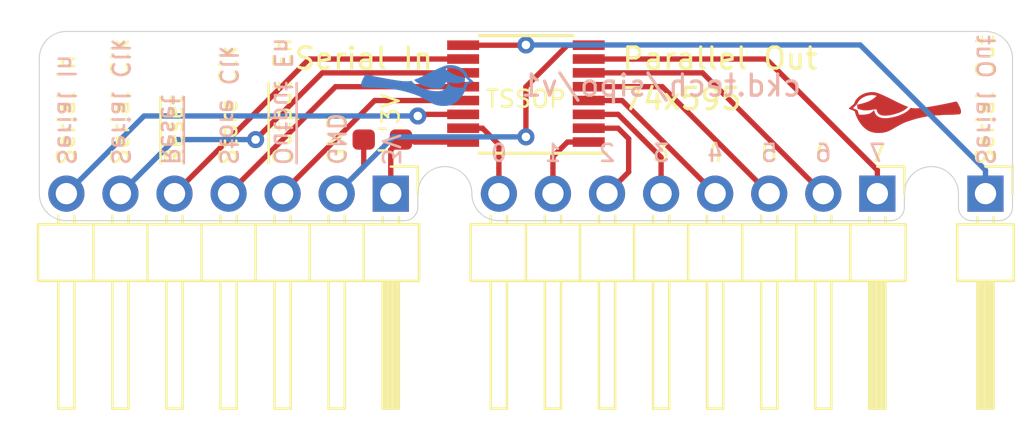
<source format=kicad_pcb>
(kicad_pcb (version 20171130) (host pcbnew "(5.1.5-0-10_14)")

  (general
    (thickness 1.6)
    (drawings 53)
    (tracks 65)
    (zones 0)
    (modules 7)
    (nets 17)
  )

  (page A4)
  (layers
    (0 F.Cu signal)
    (31 B.Cu signal)
    (32 B.Adhes user)
    (33 F.Adhes user)
    (34 B.Paste user)
    (35 F.Paste user)
    (36 B.SilkS user)
    (37 F.SilkS user)
    (38 B.Mask user)
    (39 F.Mask user)
    (40 Dwgs.User user)
    (41 Cmts.User user)
    (42 Eco1.User user)
    (43 Eco2.User user)
    (44 Edge.Cuts user)
    (45 Margin user)
    (46 B.CrtYd user)
    (47 F.CrtYd user)
    (48 B.Fab user)
    (49 F.Fab user)
  )

  (setup
    (last_trace_width 0.25)
    (trace_clearance 0.2)
    (zone_clearance 0.508)
    (zone_45_only no)
    (trace_min 0.2)
    (via_size 0.8)
    (via_drill 0.4)
    (via_min_size 0.4)
    (via_min_drill 0.3)
    (uvia_size 0.3)
    (uvia_drill 0.1)
    (uvias_allowed no)
    (uvia_min_size 0.2)
    (uvia_min_drill 0.1)
    (edge_width 0.05)
    (segment_width 0.2)
    (pcb_text_width 0.3)
    (pcb_text_size 1.5 1.5)
    (mod_edge_width 0.12)
    (mod_text_size 1 1)
    (mod_text_width 0.15)
    (pad_size 1.524 1.524)
    (pad_drill 0.762)
    (pad_to_mask_clearance 0.051)
    (solder_mask_min_width 0.25)
    (aux_axis_origin 0 0)
    (visible_elements FFFFFF7F)
    (pcbplotparams
      (layerselection 0x010fc_ffffffff)
      (usegerberextensions false)
      (usegerberattributes false)
      (usegerberadvancedattributes false)
      (creategerberjobfile false)
      (excludeedgelayer true)
      (linewidth 0.100000)
      (plotframeref false)
      (viasonmask false)
      (mode 1)
      (useauxorigin false)
      (hpglpennumber 1)
      (hpglpenspeed 20)
      (hpglpendiameter 15.000000)
      (psnegative false)
      (psa4output false)
      (plotreference true)
      (plotvalue true)
      (plotinvisibletext false)
      (padsonsilk false)
      (subtractmaskfromsilk false)
      (outputformat 1)
      (mirror false)
      (drillshape 1)
      (scaleselection 1)
      (outputdirectory ""))
  )

  (net 0 "")
  (net 1 GND)
  (net 2 VCC)
  (net 3 "Net-(J2-Pad8)")
  (net 4 "Net-(J2-Pad7)")
  (net 5 "Net-(J2-Pad6)")
  (net 6 "Net-(J2-Pad5)")
  (net 7 "Net-(J2-Pad4)")
  (net 8 "Net-(J2-Pad3)")
  (net 9 "Net-(J2-Pad2)")
  (net 10 "Net-(J3-Pad1)")
  (net 11 /RCLK)
  (net 12 /SER)
  (net 13 /7)
  (net 14 /SCLK)
  (net 15 /~RST)
  (net 16 /~OE)

  (net_class Default "This is the default net class."
    (clearance 0.2)
    (trace_width 0.25)
    (via_dia 0.8)
    (via_drill 0.4)
    (uvia_dia 0.3)
    (uvia_drill 0.1)
    (add_net /7)
    (add_net /RCLK)
    (add_net /SCLK)
    (add_net /SER)
    (add_net /~OE)
    (add_net /~RST)
    (add_net GND)
    (add_net "Net-(J2-Pad2)")
    (add_net "Net-(J2-Pad3)")
    (add_net "Net-(J2-Pad4)")
    (add_net "Net-(J2-Pad5)")
    (add_net "Net-(J2-Pad6)")
    (add_net "Net-(J2-Pad7)")
    (add_net "Net-(J2-Pad8)")
    (add_net "Net-(J3-Pad1)")
    (add_net VCC)
  )

  (module chickadee:chickadee_2mm_fcu (layer B.Cu) (tedit 5E9D195E) (tstamp 5E9D7EEF)
    (at 143.51 99.06 180)
    (fp_text reference G*** (at 0 0 180) (layer B.SilkS) hide
      (effects (font (size 1.524 1.524) (thickness 0.3)) (justify mirror))
    )
    (fp_text value LOGO (at 0.75 0 180) (layer B.SilkS) hide
      (effects (font (size 1.524 1.524) (thickness 0.3)) (justify mirror))
    )
    (fp_poly (pts (xy -1.50211 0.956524) (xy -1.480393 0.956179) (xy -1.461445 0.95546) (xy -1.444235 0.954281)
      (xy -1.42773 0.952559) (xy -1.410899 0.95021) (xy -1.392708 0.94715) (xy -1.377648 0.944355)
      (xy -1.337289 0.935604) (xy -1.295394 0.924586) (xy -1.253941 0.911875) (xy -1.214907 0.898043)
      (xy -1.207105 0.89501) (xy -1.177497 0.88322) (xy -1.14844 0.871469) (xy -1.119668 0.859632)
      (xy -1.090917 0.847586) (xy -1.061919 0.835207) (xy -1.032409 0.822372) (xy -1.002121 0.808957)
      (xy -0.97079 0.794838) (xy -0.938149 0.779891) (xy -0.903933 0.763992) (xy -0.867876 0.747019)
      (xy -0.829712 0.728847) (xy -0.789176 0.709352) (xy -0.746001 0.688411) (xy -0.699922 0.6659)
      (xy -0.650673 0.641695) (xy -0.597987 0.615673) (xy -0.541601 0.58771) (xy -0.481246 0.557682)
      (xy -0.465667 0.549917) (xy -0.413659 0.524037) (xy -0.3656 0.500226) (xy -0.321145 0.478325)
      (xy -0.27995 0.458175) (xy -0.241669 0.439617) (xy -0.205957 0.422491) (xy -0.172469 0.406639)
      (xy -0.14086 0.391901) (xy -0.110786 0.378118) (xy -0.081901 0.365131) (xy -0.05386 0.352779)
      (xy -0.026318 0.340905) (xy 0.001069 0.329349) (xy 0.028648 0.317952) (xy 0.056761 0.306554)
      (xy 0.085756 0.294996) (xy 0.091784 0.292614) (xy 0.109241 0.285659) (xy 0.125202 0.279167)
      (xy 0.139121 0.273373) (xy 0.15045 0.268508) (xy 0.158645 0.264805) (xy 0.163158 0.262497)
      (xy 0.163869 0.261925) (xy 0.162563 0.259168) (xy 0.15818 0.253749) (xy 0.15127 0.246205)
      (xy 0.142385 0.237076) (xy 0.132075 0.226901) (xy 0.12089 0.216218) (xy 0.10938 0.205567)
      (xy 0.098096 0.195485) (xy 0.087588 0.186513) (xy 0.083204 0.182938) (xy 0.032211 0.144812)
      (xy -0.023145 0.108621) (xy -0.082775 0.074402) (xy -0.146594 0.04219) (xy -0.214513 0.012022)
      (xy -0.286445 -0.016066) (xy -0.362304 -0.04204) (xy -0.442002 -0.065862) (xy -0.525451 -0.087496)
      (xy -0.612565 -0.106907) (xy -0.626533 -0.109744) (xy -0.686331 -0.120927) (xy -0.742312 -0.129711)
      (xy -0.794846 -0.136122) (xy -0.844302 -0.140187) (xy -0.89105 -0.141931) (xy -0.935458 -0.141382)
      (xy -0.977897 -0.138567) (xy -0.997625 -0.136425) (xy -1.042521 -0.129163) (xy -1.083907 -0.118835)
      (xy -1.121726 -0.105475) (xy -1.155921 -0.089116) (xy -1.186435 -0.069792) (xy -1.213212 -0.047535)
      (xy -1.236195 -0.022379) (xy -1.255327 0.005643) (xy -1.26248 0.018814) (xy -1.271131 0.03793)
      (xy -1.27813 0.058008) (xy -1.283742 0.080053) (xy -1.28823 0.105072) (xy -1.291222 0.12819)
      (xy -1.292983 0.143896) (xy -1.340153 0.148008) (xy -1.354896 0.149286) (xy -1.368084 0.150417)
      (xy -1.378921 0.151333) (xy -1.386612 0.151967) (xy -1.390361 0.152253) (xy -1.39049 0.152259)
      (xy -1.392531 0.153687) (xy -1.392227 0.154714) (xy -1.393472 0.155749) (xy -1.398086 0.156013)
      (xy -1.404679 0.155621) (xy -1.411863 0.154688) (xy -1.418249 0.153328) (xy -1.42119 0.152325)
      (xy -1.424967 0.151285) (xy -1.43272 0.149598) (xy -1.443655 0.147423) (xy -1.456978 0.144915)
      (xy -1.471893 0.142232) (xy -1.475619 0.14158) (xy -1.531495 0.132318) (xy -1.58458 0.124519)
      (xy -1.636618 0.117952) (xy -1.689348 0.112382) (xy -1.705429 0.110884) (xy -1.720809 0.109791)
      (xy -1.739464 0.108945) (xy -1.760467 0.108347) (xy -1.782891 0.107997) (xy -1.805808 0.107895)
      (xy -1.828294 0.108042) (xy -1.849419 0.108438) (xy -1.868259 0.109083) (xy -1.883886 0.109978)
      (xy -1.892905 0.11081) (xy -1.942844 0.11743) (xy -1.991432 0.125582) (xy -2.039954 0.135532)
      (xy -2.089696 0.14755) (xy -2.141945 0.161904) (xy -2.152555 0.165004) (xy -2.168052 0.169659)
      (xy -2.179471 0.173326) (xy -2.187414 0.176244) (xy -2.192486 0.178654) (xy -2.195286 0.180796)
      (xy -2.196278 0.182422) (xy -2.196934 0.185928) (xy -2.198011 0.193672) (xy -2.199443 0.20508)
      (xy -2.201159 0.219578) (xy -2.203094 0.236591) (xy -2.205177 0.255544) (xy -2.207296 0.275418)
      (xy -2.209759 0.299194) (xy -2.211684 0.318571) (xy -2.213099 0.333957) (xy -2.214032 0.345756)
      (xy -2.214511 0.354377) (xy -2.214564 0.360224) (xy -2.214217 0.363706) (xy -2.2135 0.365227)
      (xy -2.213435 0.365272) (xy -2.209181 0.366841) (xy -2.202429 0.368377) (xy -2.200395 0.36872)
      (xy -2.192683 0.370111) (xy -2.180991 0.372482) (xy -2.166039 0.375668) (xy -2.148549 0.379505)
      (xy -2.12924 0.383829) (xy -2.108835 0.388477) (xy -2.088054 0.393284) (xy -2.067617 0.398086)
      (xy -2.048246 0.40272) (xy -2.030661 0.407021) (xy -2.017486 0.410336) (xy -1.947112 0.429097)
      (xy -1.88129 0.448185) (xy -1.81974 0.467695) (xy -1.762181 0.48772) (xy -1.708334 0.508354)
      (xy -1.657918 0.529691) (xy -1.64979 0.533339) (xy -1.601328 0.556964) (xy -1.551977 0.584213)
      (xy -1.502917 0.614337) (xy -1.455327 0.646583) (xy -1.410384 0.680203) (xy -1.380067 0.705061)
      (xy -1.367955 0.715595) (xy -1.355384 0.726849) (xy -1.342845 0.738347) (xy -1.33083 0.749616)
      (xy -1.319829 0.760182) (xy -1.310335 0.769571) (xy -1.302839 0.777309) (xy -1.297832 0.782923)
      (xy -1.295806 0.785938) (xy -1.295849 0.786262) (xy -1.29939 0.788009) (xy -1.306909 0.790668)
      (xy -1.317679 0.794027) (xy -1.330975 0.797871) (xy -1.346069 0.801985) (xy -1.362235 0.806155)
      (xy -1.369181 0.807875) (xy -1.417115 0.817755) (xy -1.465253 0.823934) (xy -1.514063 0.8264)
      (xy -1.564013 0.82514) (xy -1.615573 0.820143) (xy -1.66921 0.811395) (xy -1.725395 0.798885)
      (xy -1.726731 0.798551) (xy -1.78385 0.782272) (xy -1.838616 0.762779) (xy -1.890827 0.740229)
      (xy -1.940278 0.71478) (xy -1.986768 0.686589) (xy -2.030093 0.655814) (xy -2.07005 0.622612)
      (xy -2.106438 0.587142) (xy -2.139052 0.54956) (xy -2.167689 0.510023) (xy -2.192148 0.468691)
      (xy -2.212225 0.425719) (xy -2.214627 0.419704) (xy -2.222196 0.400352) (xy -2.323646 0.303798)
      (xy -2.342169 0.286154) (xy -2.35962 0.269503) (xy -2.375689 0.254143) (xy -2.390064 0.240373)
      (xy -2.402434 0.228492) (xy -2.412488 0.218798) (xy -2.419915 0.211591) (xy -2.424404 0.207168)
      (xy -2.425676 0.205826) (xy -2.423649 0.204596) (xy -2.417613 0.201599) (xy -2.407984 0.197029)
      (xy -2.395176 0.191076) (xy -2.379605 0.183931) (xy -2.361686 0.175787) (xy -2.341836 0.166835)
      (xy -2.320469 0.157265) (xy -2.31536 0.154987) (xy -2.204464 0.105564) (xy -2.192917 0.064272)
      (xy -2.187359 0.0451) (xy -2.18061 0.022941) (xy -2.173088 -0.000919) (xy -2.165209 -0.025195)
      (xy -2.157389 -0.048602) (xy -2.150047 -0.069855) (xy -2.143878 -0.086919) (xy -2.140142 -0.096304)
      (xy -2.137043 -0.102115) (xy -2.13385 -0.105417) (xy -2.129945 -0.107241) (xy -2.124938 -0.10804)
      (xy -2.115804 -0.108683) (xy -2.10325 -0.109172) (xy -2.087986 -0.109507) (xy -2.07072 -0.10969)
      (xy -2.052158 -0.109724) (xy -2.033011 -0.109608) (xy -2.013986 -0.109345) (xy -1.995791 -0.108937)
      (xy -1.979134 -0.108384) (xy -1.964724 -0.107689) (xy -1.953381 -0.106863) (xy -1.841649 -0.094774)
      (xy -1.773162 -0.085603) (xy -1.743868 -0.081189) (xy -1.718621 -0.076868) (xy -1.69664 -0.072428)
      (xy -1.677143 -0.067653) (xy -1.659349 -0.062331) (xy -1.642477 -0.056246) (xy -1.625745 -0.049184)
      (xy -1.608372 -0.040933) (xy -1.606248 -0.039873) (xy -1.567924 -0.018252) (xy -1.530341 0.007693)
      (xy -1.494131 0.037447) (xy -1.459927 0.070498) (xy -1.432637 0.10112) (xy -1.419981 0.116365)
      (xy -1.419981 0.108013) (xy -1.419288 0.097812) (xy -1.417375 0.0842) (xy -1.414488 0.068376)
      (xy -1.410873 0.051538) (xy -1.406778 0.034886) (xy -1.40245 0.019619) (xy -1.400595 0.013827)
      (xy -1.384555 -0.026904) (xy -1.364678 -0.064716) (xy -1.341022 -0.099558) (xy -1.31365 -0.131374)
      (xy -1.28262 -0.160111) (xy -1.247994 -0.185717) (xy -1.209832 -0.208137) (xy -1.168195 -0.227319)
      (xy -1.123143 -0.243209) (xy -1.103086 -0.248923) (xy -1.067259 -0.257339) (xy -1.030385 -0.263721)
      (xy -0.991593 -0.268166) (xy -0.950012 -0.270775) (xy -0.904772 -0.271646) (xy -0.903514 -0.271647)
      (xy -0.868422 -0.271229) (xy -0.834337 -0.269929) (xy -0.800467 -0.267658) (xy -0.766018 -0.264326)
      (xy -0.730197 -0.259845) (xy -0.69221 -0.254126) (xy -0.651265 -0.24708) (xy -0.606567 -0.238618)
      (xy -0.603552 -0.238025) (xy -0.518906 -0.219934) (xy -0.436963 -0.199615) (xy -0.357888 -0.177142)
      (xy -0.281847 -0.152591) (xy -0.209005 -0.126036) (xy -0.139526 -0.097553) (xy -0.073576 -0.067216)
      (xy -0.01132 -0.035101) (xy 0.047077 -0.001282) (xy 0.10145 0.034166) (xy 0.151633 0.071167)
      (xy 0.197462 0.109648) (xy 0.22981 0.140368) (xy 0.240875 0.151786) (xy 0.252189 0.163971)
      (xy 0.262638 0.175689) (xy 0.271104 0.185706) (xy 0.273352 0.188531) (xy 0.280273 0.197406)
      (xy 0.286408 0.205246) (xy 0.290943 0.211011) (xy 0.292705 0.213225) (xy 0.294587 0.215251)
      (xy 0.29687 0.216314) (xy 0.300577 0.216409) (xy 0.306727 0.21553) (xy 0.316345 0.213671)
      (xy 0.319314 0.213071) (xy 0.390473 0.201114) (xy 0.462069 0.193949) (xy 0.534224 0.191568)
      (xy 0.607057 0.193965) (xy 0.618067 0.194738) (xy 0.67588 0.199585) (xy 0.738159 0.205779)
      (xy 0.80473 0.21329) (xy 0.87542 0.222088) (xy 0.950056 0.232142) (xy 1.028464 0.243424)
      (xy 1.110473 0.255903) (xy 1.195908 0.26955) (xy 1.284598 0.284333) (xy 1.376368 0.300224)
      (xy 1.471045 0.317192) (xy 1.568458 0.335208) (xy 1.668432 0.354242) (xy 1.770795 0.374263)
      (xy 1.875373 0.395241) (xy 1.981995 0.417148) (xy 2.090485 0.439952) (xy 2.200672 0.463624)
      (xy 2.305352 0.486577) (xy 2.335862 0.493334) (xy 2.362069 0.499017) (xy 2.384406 0.503534)
      (xy 2.403307 0.506792) (xy 2.419208 0.5087) (xy 2.432541 0.509165) (xy 2.44374 0.508095)
      (xy 2.45324 0.505397) (xy 2.461475 0.50098) (xy 2.468879 0.494751) (xy 2.475886 0.486618)
      (xy 2.482929 0.476489) (xy 2.490443 0.464271) (xy 2.498862 0.449872) (xy 2.501797 0.444826)
      (xy 2.527352 0.399722) (xy 2.551306 0.354979) (xy 2.573386 0.311167) (xy 2.593323 0.268858)
      (xy 2.610844 0.228621) (xy 2.62568 0.191027) (xy 2.635187 0.163982) (xy 2.645789 0.128042)
      (xy 2.653137 0.094502) (xy 2.657251 0.063519) (xy 2.65815 0.03525) (xy 2.655853 0.00985)
      (xy 2.650378 -0.012523) (xy 2.641744 -0.031713) (xy 2.629969 -0.047563) (xy 2.615074 -0.059917)
      (xy 2.607857 -0.064043) (xy 2.600908 -0.067306) (xy 2.593331 -0.070302) (xy 2.584879 -0.073051)
      (xy 2.575307 -0.075572) (xy 2.564372 -0.077884) (xy 2.551826 -0.080007) (xy 2.537427 -0.08196)
      (xy 2.520927 -0.083761) (xy 2.502084 -0.085431) (xy 2.48065 -0.086989) (xy 2.456383 -0.088454)
      (xy 2.429035 -0.089845) (xy 2.398363 -0.091181) (xy 2.364121 -0.092483) (xy 2.326065 -0.093769)
      (xy 2.283949 -0.095058) (xy 2.237529 -0.09637) (xy 2.186558 -0.097724) (xy 2.177143 -0.097967)
      (xy 2.093433 -0.100256) (xy 2.014179 -0.102711) (xy 1.938999 -0.105352) (xy 1.867513 -0.108202)
      (xy 1.79934 -0.111281) (xy 1.734099 -0.114609) (xy 1.671411 -0.118209) (xy 1.610893 -0.122101)
      (xy 1.552165 -0.126306) (xy 1.494847 -0.130846) (xy 1.438558 -0.13574) (xy 1.382917 -0.141011)
      (xy 1.364343 -0.142866) (xy 1.276092 -0.15235) (xy 1.190744 -0.162702) (xy 1.107787 -0.174038)
      (xy 1.026707 -0.186474) (xy 0.946991 -0.200127) (xy 0.868125 -0.215112) (xy 0.789598 -0.231546)
      (xy 0.710894 -0.249545) (xy 0.631502 -0.269225) (xy 0.550908 -0.290703) (xy 0.468599 -0.314095)
      (xy 0.384062 -0.339516) (xy 0.296783 -0.367083) (xy 0.206249 -0.396912) (xy 0.134257 -0.421406)
      (xy 0.100067 -0.433412) (xy 0.067474 -0.445361) (xy 0.036018 -0.457474) (xy 0.005241 -0.469971)
      (xy -0.025317 -0.48307) (xy -0.056114 -0.496991) (xy -0.08761 -0.511955) (xy -0.120264 -0.52818)
      (xy -0.154534 -0.545887) (xy -0.19088 -0.565295) (xy -0.229761 -0.586623) (xy -0.271635 -0.610092)
      (xy -0.316962 -0.63592) (xy -0.33141 -0.644224) (xy -0.371607 -0.667353) (xy -0.40793 -0.688218)
      (xy -0.440685 -0.706989) (xy -0.47018 -0.723834) (xy -0.496721 -0.738923) (xy -0.520614 -0.752425)
      (xy -0.542168 -0.76451) (xy -0.561689 -0.775347) (xy -0.579484 -0.785105) (xy -0.59586 -0.793953)
      (xy -0.611124 -0.802061) (xy -0.625583 -0.809598) (xy -0.639543 -0.816734) (xy -0.653313 -0.823637)
      (xy -0.667198 -0.830478) (xy -0.681506 -0.837425) (xy -0.682761 -0.838031) (xy -0.729005 -0.859588)
      (xy -0.772629 -0.878276) (xy -0.814572 -0.894365) (xy -0.855777 -0.908123) (xy -0.897182 -0.919819)
      (xy -0.93973 -0.929722) (xy -0.984361 -0.938101) (xy -1.032015 -0.945226) (xy -1.076476 -0.950592)
      (xy -1.104581 -0.95317) (xy -1.136087 -0.9552) (xy -1.169583 -0.956643) (xy -1.20366 -0.957463)
      (xy -1.236906 -0.957622) (xy -1.267912 -0.957082) (xy -1.288143 -0.956234) (xy -1.342689 -0.951679)
      (xy -1.397859 -0.944053) (xy -1.452838 -0.933561) (xy -1.506811 -0.920409) (xy -1.558964 -0.904801)
      (xy -1.608482 -0.886941) (xy -1.654549 -0.867036) (xy -1.666966 -0.861) (xy -1.722495 -0.830655)
      (xy -1.776819 -0.795709) (xy -1.829841 -0.75627) (xy -1.881466 -0.712446) (xy -1.931598 -0.664345)
      (xy -1.980141 -0.612076) (xy -2.026999 -0.555746) (xy -2.072076 -0.495465) (xy -2.115277 -0.431339)
      (xy -2.156505 -0.363477) (xy -2.195665 -0.291987) (xy -2.226585 -0.229852) (xy -2.23916 -0.202482)
      (xy -2.251243 -0.174118) (xy -2.263182 -0.143873) (xy -2.275324 -0.110861) (xy -2.288016 -0.074197)
      (xy -2.290995 -0.065315) (xy -2.296254 -0.049237) (xy -2.301811 -0.03169) (xy -2.307423 -0.01349)
      (xy -2.312851 0.004544) (xy -2.317851 0.021595) (xy -2.322182 0.036844) (xy -2.325603 0.049475)
      (xy -2.327871 0.05867) (xy -2.328427 0.061331) (xy -2.329914 0.069259) (xy -2.470221 0.125878)
      (xy -2.494893 0.135852) (xy -2.518212 0.145313) (xy -2.539795 0.154103) (xy -2.559259 0.162066)
      (xy -2.576219 0.169042) (xy -2.590293 0.174875) (xy -2.601096 0.179405) (xy -2.608246 0.182476)
      (xy -2.611359 0.18393) (xy -2.611461 0.184007) (xy -2.609856 0.185824) (xy -2.604918 0.190594)
      (xy -2.596929 0.198059) (xy -2.586175 0.207961) (xy -2.572939 0.22004) (xy -2.557506 0.234038)
      (xy -2.540159 0.249697) (xy -2.521184 0.266757) (xy -2.500863 0.284961) (xy -2.483461 0.300501)
      (xy -2.458764 0.322533) (xy -2.437429 0.341591) (xy -2.419202 0.35792) (xy -2.40383 0.371761)
      (xy -2.39106 0.383358) (xy -2.380639 0.392954) (xy -2.372314 0.400791) (xy -2.365831 0.407113)
      (xy -2.360938 0.412161) (xy -2.357381 0.41618) (xy -2.354908 0.419412) (xy -2.353264 0.422099)
      (xy -2.352198 0.424485) (xy -2.351455 0.426813) (xy -2.351329 0.42727) (xy -2.346934 0.441361)
      (xy -2.340693 0.45847) (xy -2.333101 0.477383) (xy -2.324658 0.496886) (xy -2.315859 0.515765)
      (xy -2.311337 0.524877) (xy -2.289087 0.564792) (xy -2.263559 0.603278) (xy -2.234286 0.640972)
      (xy -2.200801 0.678512) (xy -2.191788 0.687875) (xy -2.153725 0.724587) (xy -2.114448 0.757833)
      (xy -2.07313 0.788207) (xy -2.028948 0.816304) (xy -1.981076 0.842717) (xy -1.966686 0.849998)
      (xy -1.92002 0.871853) (xy -1.873382 0.89094) (xy -1.825929 0.907515) (xy -1.776818 0.921834)
      (xy -1.725208 0.934154) (xy -1.670255 0.944731) (xy -1.638391 0.949884) (xy -1.624789 0.951886)
      (xy -1.612907 0.95344) (xy -1.601787 0.954603) (xy -1.590472 0.955434) (xy -1.578005 0.955989)
      (xy -1.56343 0.956328) (xy -1.545789 0.956507) (xy -1.527629 0.956577) (xy -1.50211 0.956524)) (layer B.Cu) (width 0.01))
  )

  (module chickadee:chickadee_2mm_fcu (layer F.Cu) (tedit 0) (tstamp 5E9D7E9A)
    (at 166.37 100.33)
    (fp_text reference G*** (at 0 0) (layer F.SilkS) hide
      (effects (font (size 1.524 1.524) (thickness 0.3)))
    )
    (fp_text value LOGO (at 0.75 0) (layer F.SilkS) hide
      (effects (font (size 1.524 1.524) (thickness 0.3)))
    )
    (fp_poly (pts (xy -1.480436 -1.012729) (xy -1.454492 -1.011512) (xy -1.429876 -1.009405) (xy -1.405432 -1.006319)
      (xy -1.380001 -1.002163) (xy -1.362832 -0.998931) (xy -1.337483 -0.993687) (xy -1.313301 -0.988076)
      (xy -1.289569 -0.981868) (xy -1.265571 -0.974836) (xy -1.240588 -0.96675) (xy -1.213905 -0.957382)
      (xy -1.184804 -0.946502) (xy -1.152567 -0.933882) (xy -1.12818 -0.924064) (xy -1.0958 -0.910762)
      (xy -1.062927 -0.896953) (xy -1.029285 -0.882506) (xy -0.994596 -0.867292) (xy -0.958583 -0.85118)
      (xy -0.920969 -0.834041) (xy -0.881476 -0.815745) (xy -0.839828 -0.796161) (xy -0.795747 -0.77516)
      (xy -0.748956 -0.752611) (xy -0.699178 -0.728385) (xy -0.646136 -0.702352) (xy -0.589552 -0.674381)
      (xy -0.52915 -0.644343) (xy -0.489541 -0.624564) (xy -0.43351 -0.596596) (xy -0.381441 -0.570721)
      (xy -0.333012 -0.546791) (xy -0.287898 -0.524657) (xy -0.245776 -0.50417) (xy -0.206321 -0.485181)
      (xy -0.16921 -0.467543) (xy -0.134119 -0.451105) (xy -0.100724 -0.43572) (xy -0.068701 -0.421238)
      (xy -0.037727 -0.407511) (xy -0.007476 -0.39439) (xy 0.022374 -0.381726) (xy 0.052148 -0.369371)
      (xy 0.082169 -0.357175) (xy 0.112761 -0.344991) (xy 0.144249 -0.332669) (xy 0.156029 -0.328108)
      (xy 0.172479 -0.321739) (xy 0.187757 -0.315795) (xy 0.201184 -0.31054) (xy 0.212085 -0.306241)
      (xy 0.21978 -0.303163) (xy 0.223479 -0.301626) (xy 0.230453 -0.298499) (xy 0.212374 -0.276854)
      (xy 0.183873 -0.245173) (xy 0.151092 -0.213107) (xy 0.114528 -0.181033) (xy 0.07468 -0.149328)
      (xy 0.032044 -0.11837) (xy -0.012883 -0.088536) (xy -0.059602 -0.060204) (xy -0.107616 -0.033751)
      (xy -0.108857 -0.033102) (xy -0.171538 -0.002323) (xy -0.238125 0.026709) (xy -0.307941 0.053797)
      (xy -0.380309 0.078741) (xy -0.454552 0.101345) (xy -0.529992 0.12141) (xy -0.605954 0.138739)
      (xy -0.681758 0.153134) (xy -0.756729 0.164396) (xy -0.803124 0.169783) (xy -0.816878 0.170864)
      (xy -0.834158 0.171713) (xy -0.854064 0.172329) (xy -0.875696 0.172713) (xy -0.898153 0.172865)
      (xy -0.920535 0.172784) (xy -0.941942 0.17247) (xy -0.961473 0.171924) (xy -0.978228 0.171145)
      (xy -0.991307 0.170133) (xy -0.994229 0.169803) (xy -1.042356 0.162101) (xy -1.086722 0.151442)
      (xy -1.127307 0.137833) (xy -1.164087 0.121281) (xy -1.197044 0.101793) (xy -1.209643 0.092808)
      (xy -1.237515 0.069111) (xy -1.261293 0.042997) (xy -1.281217 0.014136) (xy -1.297528 -0.017801)
      (xy -1.305725 -0.038704) (xy -1.312044 -0.058013) (xy -1.316562 -0.075569) (xy -1.319522 -0.092905)
      (xy -1.32117 -0.111552) (xy -1.321748 -0.133039) (xy -1.321752 -0.139407) (xy -1.321615 -0.178424)
      (xy -1.33741 -0.180043) (xy -1.353205 -0.181661) (xy -1.370264 -0.170054) (xy -1.387324 -0.158447)
      (xy -1.388029 -0.135466) (xy -1.386958 -0.103256) (xy -1.382033 -0.069569) (xy -1.373555 -0.035412)
      (xy -1.361821 -0.001792) (xy -1.34713 0.030285) (xy -1.330343 0.058962) (xy -1.305807 0.091774)
      (xy -1.277694 0.121339) (xy -1.246016 0.147649) (xy -1.210788 0.170697) (xy -1.172025 0.190476)
      (xy -1.12974 0.206978) (xy -1.083949 0.220197) (xy -1.034665 0.230126) (xy -0.981902 0.236756)
      (xy -0.975835 0.237288) (xy -0.956649 0.23844) (xy -0.933734 0.239063) (xy -0.908167 0.239181)
      (xy -0.881026 0.238821) (xy -0.853387 0.23801) (xy -0.826328 0.236773) (xy -0.800926 0.235135)
      (xy -0.778258 0.233124) (xy -0.771304 0.232353) (xy -0.694242 0.221672) (xy -0.6161 0.207752)
      (xy -0.537641 0.190807) (xy -0.459628 0.171049) (xy -0.382821 0.148691) (xy -0.307982 0.123945)
      (xy -0.235874 0.097024) (xy -0.167258 0.068141) (xy -0.142481 0.0568) (xy -0.082591 0.027174)
      (xy -0.02511 -0.004395) (xy 0.029644 -0.037677) (xy 0.081355 -0.07244) (xy 0.129708 -0.108452)
      (xy 0.174385 -0.145481) (xy 0.215071 -0.183297) (xy 0.251449 -0.221668) (xy 0.273167 -0.247461)
      (xy 0.283329 -0.259842) (xy 0.290981 -0.268393) (xy 0.296308 -0.273303) (xy 0.299493 -0.27476)
      (xy 0.29973 -0.274715) (xy 0.309725 -0.27222) (xy 0.323746 -0.26939) (xy 0.341003 -0.266339)
      (xy 0.360705 -0.263182) (xy 0.382062 -0.260031) (xy 0.404283 -0.257003) (xy 0.426576 -0.254211)
      (xy 0.448152 -0.251769) (xy 0.46822 -0.249792) (xy 0.477762 -0.248988) (xy 0.498511 -0.247797)
      (xy 0.521492 -0.24733) (xy 0.547009 -0.247605) (xy 0.575366 -0.248642) (xy 0.606869 -0.250457)
      (xy 0.641823 -0.253071) (xy 0.680531 -0.2565) (xy 0.7233 -0.260764) (xy 0.770433 -0.265881)
      (xy 0.784981 -0.267529) (xy 0.852135 -0.27563) (xy 0.923732 -0.285084) (xy 0.999583 -0.295856)
      (xy 1.079497 -0.307912) (xy 1.163283 -0.321216) (xy 1.25075 -0.335735) (xy 1.341708 -0.351434)
      (xy 1.435966 -0.368278) (xy 1.533333 -0.386231) (xy 1.633619 -0.40526) (xy 1.736632 -0.42533)
      (xy 1.842183 -0.446406) (xy 1.95008 -0.468453) (xy 2.060133 -0.491436) (xy 2.172152 -0.515321)
      (xy 2.285945 -0.540074) (xy 2.305352 -0.544343) (xy 2.326975 -0.549073) (xy 2.347593 -0.553518)
      (xy 2.366624 -0.557555) (xy 2.383484 -0.561065) (xy 2.397589 -0.563926) (xy 2.408356 -0.566018)
      (xy 2.415202 -0.56722) (xy 2.416629 -0.567415) (xy 2.435403 -0.567358) (xy 2.455267 -0.563521)
      (xy 2.474974 -0.556361) (xy 2.493279 -0.546334) (xy 2.508935 -0.533897) (xy 2.509424 -0.533419)
      (xy 2.516801 -0.524943) (xy 2.525869 -0.512514) (xy 2.53637 -0.496606) (xy 2.548044 -0.477694)
      (xy 2.560631 -0.456252) (xy 2.573871 -0.432753) (xy 2.587504 -0.407672) (xy 2.601272 -0.381482)
      (xy 2.614913 -0.354659) (xy 2.628169 -0.327676) (xy 2.64078 -0.301007) (xy 2.652485 -0.275126)
      (xy 2.658472 -0.261334) (xy 2.677315 -0.214061) (xy 2.692317 -0.16954) (xy 2.703473 -0.127796)
      (xy 2.710779 -0.088849) (xy 2.714234 -0.052723) (xy 2.713833 -0.01944) (xy 2.709574 0.010977)
      (xy 2.701922 0.037272) (xy 2.695352 0.051166) (xy 2.686051 0.066192) (xy 2.675218 0.080659)
      (xy 2.66405 0.092874) (xy 2.659947 0.09659) (xy 2.649394 0.104757) (xy 2.637999 0.111968)
      (xy 2.625387 0.118298) (xy 2.611185 0.123822) (xy 2.595021 0.128616) (xy 2.576521 0.132756)
      (xy 2.555313 0.136316) (xy 2.531022 0.139373) (xy 2.503277 0.142002) (xy 2.471703 0.144278)
      (xy 2.435928 0.146277) (xy 2.408162 0.147554) (xy 2.394605 0.148088) (xy 2.376894 0.148715)
      (xy 2.355714 0.149415) (xy 2.331747 0.150168) (xy 2.305677 0.150951) (xy 2.278188 0.151745)
      (xy 2.249962 0.152528) (xy 2.221684 0.153281) (xy 2.207381 0.153648) (xy 2.134719 0.155565)
      (xy 2.066484 0.157528) (xy 2.002266 0.159558) (xy 1.941652 0.161674) (xy 1.884233 0.163897)
      (xy 1.829597 0.166247) (xy 1.777333 0.168745) (xy 1.727031 0.17141) (xy 1.678279 0.174262)
      (xy 1.630667 0.177322) (xy 1.583783 0.180611) (xy 1.537217 0.184147) (xy 1.490557 0.187952)
      (xy 1.465943 0.190059) (xy 1.361434 0.199875) (xy 1.260971 0.210858) (xy 1.163873 0.223149)
      (xy 1.06946 0.236888) (xy 0.977053 0.252215) (xy 0.885972 0.26927) (xy 0.795536 0.288195)
      (xy 0.705066 0.309128) (xy 0.613882 0.33221) (xy 0.521303 0.357582) (xy 0.426651 0.385384)
      (xy 0.329245 0.415757) (xy 0.25521 0.439897) (xy 0.216363 0.452856) (xy 0.180412 0.465038)
      (xy 0.146965 0.476626) (xy 0.11563 0.487802) (xy 0.086014 0.498748) (xy 0.057726 0.509647)
      (xy 0.030374 0.520682) (xy 0.003565 0.532035) (xy -0.023092 0.543888) (xy -0.049989 0.556425)
      (xy -0.077519 0.569827) (xy -0.106073 0.584277) (xy -0.136044 0.599959) (xy -0.167824 0.617053)
      (xy -0.201804 0.635743) (xy -0.238376 0.656212) (xy -0.277934 0.678641) (xy -0.320868 0.703213)
      (xy -0.365276 0.728788) (xy -0.399694 0.748624) (xy -0.430393 0.766252) (xy -0.457825 0.781919)
      (xy -0.482438 0.795873) (xy -0.504682 0.808363) (xy -0.525007 0.819636) (xy -0.543864 0.829941)
      (xy -0.561701 0.839525) (xy -0.578969 0.848636) (xy -0.596118 0.857523) (xy -0.613596 0.866433)
      (xy -0.628952 0.874162) (xy -0.673741 0.896051) (xy -0.715424 0.915225) (xy -0.754718 0.93193)
      (xy -0.792342 0.946415) (xy -0.829014 0.958927) (xy -0.86545 0.969716) (xy -0.902371 0.979028)
      (xy -0.940492 0.987111) (xy -0.973045 0.992979) (xy -1.013692 0.999412) (xy -1.051122 1.004468)
      (xy -1.086722 1.008258) (xy -1.12188 1.010896) (xy -1.15798 1.012492) (xy -1.196411 1.013158)
      (xy -1.222829 1.013149) (xy -1.241061 1.013012) (xy -1.258234 1.012835) (xy -1.273598 1.01263)
      (xy -1.286402 1.012407) (xy -1.295898 1.012178) (xy -1.301333 1.011955) (xy -1.301448 1.011947)
      (xy -1.363879 1.005765) (xy -1.425463 0.996409) (xy -1.48561 0.984029) (xy -1.543736 0.968776)
      (xy -1.599253 0.9508) (xy -1.651574 0.930253) (xy -1.691114 0.911875) (xy -1.749972 0.879716)
      (xy -1.807316 0.843002) (xy -1.863094 0.801788) (xy -1.917253 0.75613) (xy -1.969741 0.706086)
      (xy -2.020506 0.65171) (xy -2.069496 0.59306) (xy -2.116658 0.530192) (xy -2.16194 0.463161)
      (xy -2.20529 0.392024) (xy -2.246656 0.316837) (xy -2.249623 0.31114) (xy -2.274999 0.259703)
      (xy -2.298666 0.206393) (xy -2.320868 0.150569) (xy -2.341853 0.091594) (xy -2.361866 0.028827)
      (xy -2.373182 -0.009766) (xy -2.37837 -0.027998) (xy -2.546876 -0.09597) (xy -2.573946 -0.106924)
      (xy -2.599671 -0.1174) (xy -2.623703 -0.127254) (xy -2.645696 -0.136338) (xy -2.665301 -0.144509)
      (xy -2.682173 -0.15162) (xy -2.695962 -0.157526) (xy -2.706324 -0.162082) (xy -2.712909 -0.165141)
      (xy -2.715372 -0.166559) (xy -2.715381 -0.166591) (xy -2.713615 -0.168563) (xy -2.708493 -0.17351)
      (xy -2.700276 -0.181192) (xy -2.689225 -0.191371) (xy -2.675604 -0.203811) (xy -2.659673 -0.218272)
      (xy -2.641695 -0.234518) (xy -2.621931 -0.25231) (xy -2.600643 -0.27141) (xy -2.578094 -0.291581)
      (xy -2.560562 -0.307223) (xy -2.405743 -0.445206) (xy -2.395884 -0.472442) (xy -2.376454 -0.520493)
      (xy -2.353656 -0.566369) (xy -2.32721 -0.610487) (xy -2.296838 -0.653264) (xy -2.262261 -0.695117)
      (xy -2.223199 -0.736464) (xy -2.211961 -0.747485) (xy -2.165802 -0.78875) (xy -2.116025 -0.826931)
      (xy -2.062811 -0.861936) (xy -2.006341 -0.893676) (xy -1.946797 -0.922059) (xy -1.884361 -0.946996)
      (xy -1.819215 -0.968395) (xy -1.75154 -0.986165) (xy -1.719943 -0.993028) (xy -1.689499 -0.99895)
      (xy -1.662261 -1.003593) (xy -1.636814 -1.007112) (xy -1.611744 -1.009665) (xy -1.585636 -1.011408)
      (xy -1.557075 -1.012499) (xy -1.540933 -1.012857) (xy -1.508864 -1.013147) (xy -1.480436 -1.012729)) (layer F.Mask) (width 0.01))
    (fp_poly (pts (xy -1.50211 -0.956524) (xy -1.480393 -0.956179) (xy -1.461445 -0.95546) (xy -1.444235 -0.954281)
      (xy -1.42773 -0.952559) (xy -1.410899 -0.95021) (xy -1.392708 -0.94715) (xy -1.377648 -0.944355)
      (xy -1.337289 -0.935604) (xy -1.295394 -0.924586) (xy -1.253941 -0.911875) (xy -1.214907 -0.898043)
      (xy -1.207105 -0.89501) (xy -1.177497 -0.88322) (xy -1.14844 -0.871469) (xy -1.119668 -0.859632)
      (xy -1.090917 -0.847586) (xy -1.061919 -0.835207) (xy -1.032409 -0.822372) (xy -1.002121 -0.808957)
      (xy -0.97079 -0.794838) (xy -0.938149 -0.779891) (xy -0.903933 -0.763992) (xy -0.867876 -0.747019)
      (xy -0.829712 -0.728847) (xy -0.789176 -0.709352) (xy -0.746001 -0.688411) (xy -0.699922 -0.6659)
      (xy -0.650673 -0.641695) (xy -0.597987 -0.615673) (xy -0.541601 -0.58771) (xy -0.481246 -0.557682)
      (xy -0.465667 -0.549917) (xy -0.413659 -0.524037) (xy -0.3656 -0.500226) (xy -0.321145 -0.478325)
      (xy -0.27995 -0.458175) (xy -0.241669 -0.439617) (xy -0.205957 -0.422491) (xy -0.172469 -0.406639)
      (xy -0.14086 -0.391901) (xy -0.110786 -0.378118) (xy -0.081901 -0.365131) (xy -0.05386 -0.352779)
      (xy -0.026318 -0.340905) (xy 0.001069 -0.329349) (xy 0.028648 -0.317952) (xy 0.056761 -0.306554)
      (xy 0.085756 -0.294996) (xy 0.091784 -0.292614) (xy 0.109241 -0.285659) (xy 0.125202 -0.279167)
      (xy 0.139121 -0.273373) (xy 0.15045 -0.268508) (xy 0.158645 -0.264805) (xy 0.163158 -0.262497)
      (xy 0.163869 -0.261925) (xy 0.162563 -0.259168) (xy 0.15818 -0.253749) (xy 0.15127 -0.246205)
      (xy 0.142385 -0.237076) (xy 0.132075 -0.226901) (xy 0.12089 -0.216218) (xy 0.10938 -0.205567)
      (xy 0.098096 -0.195485) (xy 0.087588 -0.186513) (xy 0.083204 -0.182938) (xy 0.032211 -0.144812)
      (xy -0.023145 -0.108621) (xy -0.082775 -0.074402) (xy -0.146594 -0.04219) (xy -0.214513 -0.012022)
      (xy -0.286445 0.016066) (xy -0.362304 0.04204) (xy -0.442002 0.065862) (xy -0.525451 0.087496)
      (xy -0.612565 0.106907) (xy -0.626533 0.109744) (xy -0.686331 0.120927) (xy -0.742312 0.129711)
      (xy -0.794846 0.136122) (xy -0.844302 0.140187) (xy -0.89105 0.141931) (xy -0.935458 0.141382)
      (xy -0.977897 0.138567) (xy -0.997625 0.136425) (xy -1.042521 0.129163) (xy -1.083907 0.118835)
      (xy -1.121726 0.105475) (xy -1.155921 0.089116) (xy -1.186435 0.069792) (xy -1.213212 0.047535)
      (xy -1.236195 0.022379) (xy -1.255327 -0.005643) (xy -1.26248 -0.018814) (xy -1.271131 -0.03793)
      (xy -1.27813 -0.058008) (xy -1.283742 -0.080053) (xy -1.28823 -0.105072) (xy -1.291222 -0.12819)
      (xy -1.292983 -0.143896) (xy -1.340153 -0.148008) (xy -1.354896 -0.149286) (xy -1.368084 -0.150417)
      (xy -1.378921 -0.151333) (xy -1.386612 -0.151967) (xy -1.390361 -0.152253) (xy -1.39049 -0.152259)
      (xy -1.392531 -0.153687) (xy -1.392227 -0.154714) (xy -1.393472 -0.155749) (xy -1.398086 -0.156013)
      (xy -1.404679 -0.155621) (xy -1.411863 -0.154688) (xy -1.418249 -0.153328) (xy -1.42119 -0.152325)
      (xy -1.424967 -0.151285) (xy -1.43272 -0.149598) (xy -1.443655 -0.147423) (xy -1.456978 -0.144915)
      (xy -1.471893 -0.142232) (xy -1.475619 -0.14158) (xy -1.531495 -0.132318) (xy -1.58458 -0.124519)
      (xy -1.636618 -0.117952) (xy -1.689348 -0.112382) (xy -1.705429 -0.110884) (xy -1.720809 -0.109791)
      (xy -1.739464 -0.108945) (xy -1.760467 -0.108347) (xy -1.782891 -0.107997) (xy -1.805808 -0.107895)
      (xy -1.828294 -0.108042) (xy -1.849419 -0.108438) (xy -1.868259 -0.109083) (xy -1.883886 -0.109978)
      (xy -1.892905 -0.11081) (xy -1.942844 -0.11743) (xy -1.991432 -0.125582) (xy -2.039954 -0.135532)
      (xy -2.089696 -0.14755) (xy -2.141945 -0.161904) (xy -2.152555 -0.165004) (xy -2.168052 -0.169659)
      (xy -2.179471 -0.173326) (xy -2.187414 -0.176244) (xy -2.192486 -0.178654) (xy -2.195286 -0.180796)
      (xy -2.196278 -0.182422) (xy -2.196934 -0.185928) (xy -2.198011 -0.193672) (xy -2.199443 -0.20508)
      (xy -2.201159 -0.219578) (xy -2.203094 -0.236591) (xy -2.205177 -0.255544) (xy -2.207296 -0.275418)
      (xy -2.209759 -0.299194) (xy -2.211684 -0.318571) (xy -2.213099 -0.333957) (xy -2.214032 -0.345756)
      (xy -2.214511 -0.354377) (xy -2.214564 -0.360224) (xy -2.214217 -0.363706) (xy -2.2135 -0.365227)
      (xy -2.213435 -0.365272) (xy -2.209181 -0.366841) (xy -2.202429 -0.368377) (xy -2.200395 -0.36872)
      (xy -2.192683 -0.370111) (xy -2.180991 -0.372482) (xy -2.166039 -0.375668) (xy -2.148549 -0.379505)
      (xy -2.12924 -0.383829) (xy -2.108835 -0.388477) (xy -2.088054 -0.393284) (xy -2.067617 -0.398086)
      (xy -2.048246 -0.40272) (xy -2.030661 -0.407021) (xy -2.017486 -0.410336) (xy -1.947112 -0.429097)
      (xy -1.88129 -0.448185) (xy -1.81974 -0.467695) (xy -1.762181 -0.48772) (xy -1.708334 -0.508354)
      (xy -1.657918 -0.529691) (xy -1.64979 -0.533339) (xy -1.601328 -0.556964) (xy -1.551977 -0.584213)
      (xy -1.502917 -0.614337) (xy -1.455327 -0.646583) (xy -1.410384 -0.680203) (xy -1.380067 -0.705061)
      (xy -1.367955 -0.715595) (xy -1.355384 -0.726849) (xy -1.342845 -0.738347) (xy -1.33083 -0.749616)
      (xy -1.319829 -0.760182) (xy -1.310335 -0.769571) (xy -1.302839 -0.777309) (xy -1.297832 -0.782923)
      (xy -1.295806 -0.785938) (xy -1.295849 -0.786262) (xy -1.29939 -0.788009) (xy -1.306909 -0.790668)
      (xy -1.317679 -0.794027) (xy -1.330975 -0.797871) (xy -1.346069 -0.801985) (xy -1.362235 -0.806155)
      (xy -1.369181 -0.807875) (xy -1.417115 -0.817755) (xy -1.465253 -0.823934) (xy -1.514063 -0.8264)
      (xy -1.564013 -0.82514) (xy -1.615573 -0.820143) (xy -1.66921 -0.811395) (xy -1.725395 -0.798885)
      (xy -1.726731 -0.798551) (xy -1.78385 -0.782272) (xy -1.838616 -0.762779) (xy -1.890827 -0.740229)
      (xy -1.940278 -0.71478) (xy -1.986768 -0.686589) (xy -2.030093 -0.655814) (xy -2.07005 -0.622612)
      (xy -2.106438 -0.587142) (xy -2.139052 -0.54956) (xy -2.167689 -0.510023) (xy -2.192148 -0.468691)
      (xy -2.212225 -0.425719) (xy -2.214627 -0.419704) (xy -2.222196 -0.400352) (xy -2.323646 -0.303798)
      (xy -2.342169 -0.286154) (xy -2.35962 -0.269503) (xy -2.375689 -0.254143) (xy -2.390064 -0.240373)
      (xy -2.402434 -0.228492) (xy -2.412488 -0.218798) (xy -2.419915 -0.211591) (xy -2.424404 -0.207168)
      (xy -2.425676 -0.205826) (xy -2.423649 -0.204596) (xy -2.417613 -0.201599) (xy -2.407984 -0.197029)
      (xy -2.395176 -0.191076) (xy -2.379605 -0.183931) (xy -2.361686 -0.175787) (xy -2.341836 -0.166835)
      (xy -2.320469 -0.157265) (xy -2.31536 -0.154987) (xy -2.204464 -0.105564) (xy -2.192917 -0.064272)
      (xy -2.187359 -0.0451) (xy -2.18061 -0.022941) (xy -2.173088 0.000919) (xy -2.165209 0.025195)
      (xy -2.157389 0.048602) (xy -2.150047 0.069855) (xy -2.143878 0.086919) (xy -2.140142 0.096304)
      (xy -2.137043 0.102115) (xy -2.13385 0.105417) (xy -2.129945 0.107241) (xy -2.124938 0.10804)
      (xy -2.115804 0.108683) (xy -2.10325 0.109172) (xy -2.087986 0.109507) (xy -2.07072 0.10969)
      (xy -2.052158 0.109724) (xy -2.033011 0.109608) (xy -2.013986 0.109345) (xy -1.995791 0.108937)
      (xy -1.979134 0.108384) (xy -1.964724 0.107689) (xy -1.953381 0.106863) (xy -1.841649 0.094774)
      (xy -1.773162 0.085603) (xy -1.743868 0.081189) (xy -1.718621 0.076868) (xy -1.69664 0.072428)
      (xy -1.677143 0.067653) (xy -1.659349 0.062331) (xy -1.642477 0.056246) (xy -1.625745 0.049184)
      (xy -1.608372 0.040933) (xy -1.606248 0.039873) (xy -1.567924 0.018252) (xy -1.530341 -0.007693)
      (xy -1.494131 -0.037447) (xy -1.459927 -0.070498) (xy -1.432637 -0.10112) (xy -1.419981 -0.116365)
      (xy -1.419981 -0.108013) (xy -1.419288 -0.097812) (xy -1.417375 -0.0842) (xy -1.414488 -0.068376)
      (xy -1.410873 -0.051538) (xy -1.406778 -0.034886) (xy -1.40245 -0.019619) (xy -1.400595 -0.013827)
      (xy -1.384555 0.026904) (xy -1.364678 0.064716) (xy -1.341022 0.099558) (xy -1.31365 0.131374)
      (xy -1.28262 0.160111) (xy -1.247994 0.185717) (xy -1.209832 0.208137) (xy -1.168195 0.227319)
      (xy -1.123143 0.243209) (xy -1.103086 0.248923) (xy -1.067259 0.257339) (xy -1.030385 0.263721)
      (xy -0.991593 0.268166) (xy -0.950012 0.270775) (xy -0.904772 0.271646) (xy -0.903514 0.271647)
      (xy -0.868422 0.271229) (xy -0.834337 0.269929) (xy -0.800467 0.267658) (xy -0.766018 0.264326)
      (xy -0.730197 0.259845) (xy -0.69221 0.254126) (xy -0.651265 0.24708) (xy -0.606567 0.238618)
      (xy -0.603552 0.238025) (xy -0.518906 0.219934) (xy -0.436963 0.199615) (xy -0.357888 0.177142)
      (xy -0.281847 0.152591) (xy -0.209005 0.126036) (xy -0.139526 0.097553) (xy -0.073576 0.067216)
      (xy -0.01132 0.035101) (xy 0.047077 0.001282) (xy 0.10145 -0.034166) (xy 0.151633 -0.071167)
      (xy 0.197462 -0.109648) (xy 0.22981 -0.140368) (xy 0.240875 -0.151786) (xy 0.252189 -0.163971)
      (xy 0.262638 -0.175689) (xy 0.271104 -0.185706) (xy 0.273352 -0.188531) (xy 0.280273 -0.197406)
      (xy 0.286408 -0.205246) (xy 0.290943 -0.211011) (xy 0.292705 -0.213225) (xy 0.294587 -0.215251)
      (xy 0.29687 -0.216314) (xy 0.300577 -0.216409) (xy 0.306727 -0.21553) (xy 0.316345 -0.213671)
      (xy 0.319314 -0.213071) (xy 0.390473 -0.201114) (xy 0.462069 -0.193949) (xy 0.534224 -0.191568)
      (xy 0.607057 -0.193965) (xy 0.618067 -0.194738) (xy 0.67588 -0.199585) (xy 0.738159 -0.205779)
      (xy 0.80473 -0.21329) (xy 0.87542 -0.222088) (xy 0.950056 -0.232142) (xy 1.028464 -0.243424)
      (xy 1.110473 -0.255903) (xy 1.195908 -0.26955) (xy 1.284598 -0.284333) (xy 1.376368 -0.300224)
      (xy 1.471045 -0.317192) (xy 1.568458 -0.335208) (xy 1.668432 -0.354242) (xy 1.770795 -0.374263)
      (xy 1.875373 -0.395241) (xy 1.981995 -0.417148) (xy 2.090485 -0.439952) (xy 2.200672 -0.463624)
      (xy 2.305352 -0.486577) (xy 2.335862 -0.493334) (xy 2.362069 -0.499017) (xy 2.384406 -0.503534)
      (xy 2.403307 -0.506792) (xy 2.419208 -0.5087) (xy 2.432541 -0.509165) (xy 2.44374 -0.508095)
      (xy 2.45324 -0.505397) (xy 2.461475 -0.50098) (xy 2.468879 -0.494751) (xy 2.475886 -0.486618)
      (xy 2.482929 -0.476489) (xy 2.490443 -0.464271) (xy 2.498862 -0.449872) (xy 2.501797 -0.444826)
      (xy 2.527352 -0.399722) (xy 2.551306 -0.354979) (xy 2.573386 -0.311167) (xy 2.593323 -0.268858)
      (xy 2.610844 -0.228621) (xy 2.62568 -0.191027) (xy 2.635187 -0.163982) (xy 2.645789 -0.128042)
      (xy 2.653137 -0.094502) (xy 2.657251 -0.063519) (xy 2.65815 -0.03525) (xy 2.655853 -0.00985)
      (xy 2.650378 0.012523) (xy 2.641744 0.031713) (xy 2.629969 0.047563) (xy 2.615074 0.059917)
      (xy 2.607857 0.064043) (xy 2.600908 0.067306) (xy 2.593331 0.070302) (xy 2.584879 0.073051)
      (xy 2.575307 0.075572) (xy 2.564372 0.077884) (xy 2.551826 0.080007) (xy 2.537427 0.08196)
      (xy 2.520927 0.083761) (xy 2.502084 0.085431) (xy 2.48065 0.086989) (xy 2.456383 0.088454)
      (xy 2.429035 0.089845) (xy 2.398363 0.091181) (xy 2.364121 0.092483) (xy 2.326065 0.093769)
      (xy 2.283949 0.095058) (xy 2.237529 0.09637) (xy 2.186558 0.097724) (xy 2.177143 0.097967)
      (xy 2.093433 0.100256) (xy 2.014179 0.102711) (xy 1.938999 0.105352) (xy 1.867513 0.108202)
      (xy 1.79934 0.111281) (xy 1.734099 0.114609) (xy 1.671411 0.118209) (xy 1.610893 0.122101)
      (xy 1.552165 0.126306) (xy 1.494847 0.130846) (xy 1.438558 0.13574) (xy 1.382917 0.141011)
      (xy 1.364343 0.142866) (xy 1.276092 0.15235) (xy 1.190744 0.162702) (xy 1.107787 0.174038)
      (xy 1.026707 0.186474) (xy 0.946991 0.200127) (xy 0.868125 0.215112) (xy 0.789598 0.231546)
      (xy 0.710894 0.249545) (xy 0.631502 0.269225) (xy 0.550908 0.290703) (xy 0.468599 0.314095)
      (xy 0.384062 0.339516) (xy 0.296783 0.367083) (xy 0.206249 0.396912) (xy 0.134257 0.421406)
      (xy 0.100067 0.433412) (xy 0.067474 0.445361) (xy 0.036018 0.457474) (xy 0.005241 0.469971)
      (xy -0.025317 0.48307) (xy -0.056114 0.496991) (xy -0.08761 0.511955) (xy -0.120264 0.52818)
      (xy -0.154534 0.545887) (xy -0.19088 0.565295) (xy -0.229761 0.586623) (xy -0.271635 0.610092)
      (xy -0.316962 0.63592) (xy -0.33141 0.644224) (xy -0.371607 0.667353) (xy -0.40793 0.688218)
      (xy -0.440685 0.706989) (xy -0.47018 0.723834) (xy -0.496721 0.738923) (xy -0.520614 0.752425)
      (xy -0.542168 0.76451) (xy -0.561689 0.775347) (xy -0.579484 0.785105) (xy -0.59586 0.793953)
      (xy -0.611124 0.802061) (xy -0.625583 0.809598) (xy -0.639543 0.816734) (xy -0.653313 0.823637)
      (xy -0.667198 0.830478) (xy -0.681506 0.837425) (xy -0.682761 0.838031) (xy -0.729005 0.859588)
      (xy -0.772629 0.878276) (xy -0.814572 0.894365) (xy -0.855777 0.908123) (xy -0.897182 0.919819)
      (xy -0.93973 0.929722) (xy -0.984361 0.938101) (xy -1.032015 0.945226) (xy -1.076476 0.950592)
      (xy -1.104581 0.95317) (xy -1.136087 0.9552) (xy -1.169583 0.956643) (xy -1.20366 0.957463)
      (xy -1.236906 0.957622) (xy -1.267912 0.957082) (xy -1.288143 0.956234) (xy -1.342689 0.951679)
      (xy -1.397859 0.944053) (xy -1.452838 0.933561) (xy -1.506811 0.920409) (xy -1.558964 0.904801)
      (xy -1.608482 0.886941) (xy -1.654549 0.867036) (xy -1.666966 0.861) (xy -1.722495 0.830655)
      (xy -1.776819 0.795709) (xy -1.829841 0.75627) (xy -1.881466 0.712446) (xy -1.931598 0.664345)
      (xy -1.980141 0.612076) (xy -2.026999 0.555746) (xy -2.072076 0.495465) (xy -2.115277 0.431339)
      (xy -2.156505 0.363477) (xy -2.195665 0.291987) (xy -2.226585 0.229852) (xy -2.23916 0.202482)
      (xy -2.251243 0.174118) (xy -2.263182 0.143873) (xy -2.275324 0.110861) (xy -2.288016 0.074197)
      (xy -2.290995 0.065315) (xy -2.296254 0.049237) (xy -2.301811 0.03169) (xy -2.307423 0.01349)
      (xy -2.312851 -0.004544) (xy -2.317851 -0.021595) (xy -2.322182 -0.036844) (xy -2.325603 -0.049475)
      (xy -2.327871 -0.05867) (xy -2.328427 -0.061331) (xy -2.329914 -0.069259) (xy -2.470221 -0.125878)
      (xy -2.494893 -0.135852) (xy -2.518212 -0.145313) (xy -2.539795 -0.154103) (xy -2.559259 -0.162066)
      (xy -2.576219 -0.169042) (xy -2.590293 -0.174875) (xy -2.601096 -0.179405) (xy -2.608246 -0.182476)
      (xy -2.611359 -0.18393) (xy -2.611461 -0.184007) (xy -2.609856 -0.185824) (xy -2.604918 -0.190594)
      (xy -2.596929 -0.198059) (xy -2.586175 -0.207961) (xy -2.572939 -0.22004) (xy -2.557506 -0.234038)
      (xy -2.540159 -0.249697) (xy -2.521184 -0.266757) (xy -2.500863 -0.284961) (xy -2.483461 -0.300501)
      (xy -2.458764 -0.322533) (xy -2.437429 -0.341591) (xy -2.419202 -0.35792) (xy -2.40383 -0.371761)
      (xy -2.39106 -0.383358) (xy -2.380639 -0.392954) (xy -2.372314 -0.400791) (xy -2.365831 -0.407113)
      (xy -2.360938 -0.412161) (xy -2.357381 -0.41618) (xy -2.354908 -0.419412) (xy -2.353264 -0.422099)
      (xy -2.352198 -0.424485) (xy -2.351455 -0.426813) (xy -2.351329 -0.42727) (xy -2.346934 -0.441361)
      (xy -2.340693 -0.45847) (xy -2.333101 -0.477383) (xy -2.324658 -0.496886) (xy -2.315859 -0.515765)
      (xy -2.311337 -0.524877) (xy -2.289087 -0.564792) (xy -2.263559 -0.603278) (xy -2.234286 -0.640972)
      (xy -2.200801 -0.678512) (xy -2.191788 -0.687875) (xy -2.153725 -0.724587) (xy -2.114448 -0.757833)
      (xy -2.07313 -0.788207) (xy -2.028948 -0.816304) (xy -1.981076 -0.842717) (xy -1.966686 -0.849998)
      (xy -1.92002 -0.871853) (xy -1.873382 -0.89094) (xy -1.825929 -0.907515) (xy -1.776818 -0.921834)
      (xy -1.725208 -0.934154) (xy -1.670255 -0.944731) (xy -1.638391 -0.949884) (xy -1.624789 -0.951886)
      (xy -1.612907 -0.95344) (xy -1.601787 -0.954603) (xy -1.590472 -0.955434) (xy -1.578005 -0.955989)
      (xy -1.56343 -0.956328) (xy -1.545789 -0.956507) (xy -1.527629 -0.956577) (xy -1.50211 -0.956524)) (layer F.Cu) (width 0.01))
  )

  (module Package_SO:TSSOP-16_4.4x5mm_P0.65mm (layer F.Cu) (tedit 5A02F25C) (tstamp 5E9D5660)
    (at 148.59 99.441 180)
    (descr "16-Lead Plastic Thin Shrink Small Outline (ST)-4.4 mm Body [TSSOP] (see Microchip Packaging Specification 00000049BS.pdf)")
    (tags "SSOP 0.65")
    (path /5E9F546A)
    (attr smd)
    (fp_text reference U1 (at 0 -3.55) (layer F.SilkS) hide
      (effects (font (size 1 1) (thickness 0.15)))
    )
    (fp_text value 74LS595 (at 0 3.55) (layer F.Fab)
      (effects (font (size 1 1) (thickness 0.15)))
    )
    (fp_text user %R (at 0 0) (layer F.Fab)
      (effects (font (size 0.8 0.8) (thickness 0.15)))
    )
    (fp_line (start -3.775 -2.8) (end 2.2 -2.8) (layer F.SilkS) (width 0.15))
    (fp_line (start -2.2 2.725) (end 2.2 2.725) (layer F.SilkS) (width 0.15))
    (fp_line (start -3.95 2.8) (end 3.95 2.8) (layer F.CrtYd) (width 0.05))
    (fp_line (start -3.95 -2.9) (end 3.95 -2.9) (layer F.CrtYd) (width 0.05))
    (fp_line (start 3.95 -2.9) (end 3.95 2.8) (layer F.CrtYd) (width 0.05))
    (fp_line (start -3.95 -2.9) (end -3.95 2.8) (layer F.CrtYd) (width 0.05))
    (fp_line (start -2.2 -1.5) (end -1.2 -2.5) (layer F.Fab) (width 0.15))
    (fp_line (start -2.2 2.5) (end -2.2 -1.5) (layer F.Fab) (width 0.15))
    (fp_line (start 2.2 2.5) (end -2.2 2.5) (layer F.Fab) (width 0.15))
    (fp_line (start 2.2 -2.5) (end 2.2 2.5) (layer F.Fab) (width 0.15))
    (fp_line (start -1.2 -2.5) (end 2.2 -2.5) (layer F.Fab) (width 0.15))
    (pad 16 smd rect (at 2.95 -2.275 180) (size 1.5 0.45) (layers F.Cu F.Paste F.Mask)
      (net 2 VCC))
    (pad 15 smd rect (at 2.95 -1.625 180) (size 1.5 0.45) (layers F.Cu F.Paste F.Mask)
      (net 3 "Net-(J2-Pad8)"))
    (pad 14 smd rect (at 2.95 -0.975 180) (size 1.5 0.45) (layers F.Cu F.Paste F.Mask)
      (net 12 /SER))
    (pad 13 smd rect (at 2.95 -0.325 180) (size 1.5 0.45) (layers F.Cu F.Paste F.Mask)
      (net 16 /~OE))
    (pad 12 smd rect (at 2.95 0.325 180) (size 1.5 0.45) (layers F.Cu F.Paste F.Mask)
      (net 11 /RCLK))
    (pad 11 smd rect (at 2.95 0.975 180) (size 1.5 0.45) (layers F.Cu F.Paste F.Mask)
      (net 14 /SCLK))
    (pad 10 smd rect (at 2.95 1.625 180) (size 1.5 0.45) (layers F.Cu F.Paste F.Mask)
      (net 15 /~RST))
    (pad 9 smd rect (at 2.95 2.275 180) (size 1.5 0.45) (layers F.Cu F.Paste F.Mask)
      (net 10 "Net-(J3-Pad1)"))
    (pad 8 smd rect (at -2.95 2.275 180) (size 1.5 0.45) (layers F.Cu F.Paste F.Mask)
      (net 1 GND))
    (pad 7 smd rect (at -2.95 1.625 180) (size 1.5 0.45) (layers F.Cu F.Paste F.Mask)
      (net 13 /7))
    (pad 6 smd rect (at -2.95 0.975 180) (size 1.5 0.45) (layers F.Cu F.Paste F.Mask)
      (net 9 "Net-(J2-Pad2)"))
    (pad 5 smd rect (at -2.95 0.325 180) (size 1.5 0.45) (layers F.Cu F.Paste F.Mask)
      (net 8 "Net-(J2-Pad3)"))
    (pad 4 smd rect (at -2.95 -0.325 180) (size 1.5 0.45) (layers F.Cu F.Paste F.Mask)
      (net 7 "Net-(J2-Pad4)"))
    (pad 3 smd rect (at -2.95 -0.975 180) (size 1.5 0.45) (layers F.Cu F.Paste F.Mask)
      (net 6 "Net-(J2-Pad5)"))
    (pad 2 smd rect (at -2.95 -1.625 180) (size 1.5 0.45) (layers F.Cu F.Paste F.Mask)
      (net 5 "Net-(J2-Pad6)"))
    (pad 1 smd rect (at -2.95 -2.275 180) (size 1.5 0.45) (layers F.Cu F.Paste F.Mask)
      (net 4 "Net-(J2-Pad7)"))
    (model ${KISYS3DMOD}/Package_SO.3dshapes/TSSOP-16_4.4x5mm_P0.65mm.wrl
      (at (xyz 0 0 0))
      (scale (xyz 1 1 1))
      (rotate (xyz 0 0 0))
    )
  )

  (module Connector_PinHeader_2.54mm:PinHeader_1x01_P2.54mm_Horizontal (layer F.Cu) (tedit 59FED5CB) (tstamp 5E9D5640)
    (at 170.18 104.14 270)
    (descr "Through hole angled pin header, 1x01, 2.54mm pitch, 6mm pin length, single row")
    (tags "Through hole angled pin header THT 1x01 2.54mm single row")
    (path /5E9F972D)
    (fp_text reference J3 (at 4.385 -2.27 90) (layer F.SilkS) hide
      (effects (font (size 1 1) (thickness 0.15)))
    )
    (fp_text value Conn_01x01_Male (at 4.385 2.27 90) (layer F.Fab)
      (effects (font (size 1 1) (thickness 0.15)))
    )
    (fp_text user %R (at 2.77 0) (layer F.Fab)
      (effects (font (size 1 1) (thickness 0.15)))
    )
    (fp_line (start 10.55 -1.8) (end -1.8 -1.8) (layer F.CrtYd) (width 0.05))
    (fp_line (start 10.55 1.8) (end 10.55 -1.8) (layer F.CrtYd) (width 0.05))
    (fp_line (start -1.8 1.8) (end 10.55 1.8) (layer F.CrtYd) (width 0.05))
    (fp_line (start -1.8 -1.8) (end -1.8 1.8) (layer F.CrtYd) (width 0.05))
    (fp_line (start -1.27 -1.27) (end 0 -1.27) (layer F.SilkS) (width 0.12))
    (fp_line (start -1.27 0) (end -1.27 -1.27) (layer F.SilkS) (width 0.12))
    (fp_line (start 1.11 0.38) (end 1.44 0.38) (layer F.SilkS) (width 0.12))
    (fp_line (start 1.11 -0.38) (end 1.44 -0.38) (layer F.SilkS) (width 0.12))
    (fp_line (start 4.1 0.28) (end 10.1 0.28) (layer F.SilkS) (width 0.12))
    (fp_line (start 4.1 0.16) (end 10.1 0.16) (layer F.SilkS) (width 0.12))
    (fp_line (start 4.1 0.04) (end 10.1 0.04) (layer F.SilkS) (width 0.12))
    (fp_line (start 4.1 -0.08) (end 10.1 -0.08) (layer F.SilkS) (width 0.12))
    (fp_line (start 4.1 -0.2) (end 10.1 -0.2) (layer F.SilkS) (width 0.12))
    (fp_line (start 4.1 -0.32) (end 10.1 -0.32) (layer F.SilkS) (width 0.12))
    (fp_line (start 10.1 0.38) (end 4.1 0.38) (layer F.SilkS) (width 0.12))
    (fp_line (start 10.1 -0.38) (end 10.1 0.38) (layer F.SilkS) (width 0.12))
    (fp_line (start 4.1 -0.38) (end 10.1 -0.38) (layer F.SilkS) (width 0.12))
    (fp_line (start 4.1 -1.33) (end 1.44 -1.33) (layer F.SilkS) (width 0.12))
    (fp_line (start 4.1 1.33) (end 4.1 -1.33) (layer F.SilkS) (width 0.12))
    (fp_line (start 1.44 1.33) (end 4.1 1.33) (layer F.SilkS) (width 0.12))
    (fp_line (start 1.44 -1.33) (end 1.44 1.33) (layer F.SilkS) (width 0.12))
    (fp_line (start 4.04 0.32) (end 10.04 0.32) (layer F.Fab) (width 0.1))
    (fp_line (start 10.04 -0.32) (end 10.04 0.32) (layer F.Fab) (width 0.1))
    (fp_line (start 4.04 -0.32) (end 10.04 -0.32) (layer F.Fab) (width 0.1))
    (fp_line (start -0.32 0.32) (end 1.5 0.32) (layer F.Fab) (width 0.1))
    (fp_line (start -0.32 -0.32) (end -0.32 0.32) (layer F.Fab) (width 0.1))
    (fp_line (start -0.32 -0.32) (end 1.5 -0.32) (layer F.Fab) (width 0.1))
    (fp_line (start 1.5 -0.635) (end 2.135 -1.27) (layer F.Fab) (width 0.1))
    (fp_line (start 1.5 1.27) (end 1.5 -0.635) (layer F.Fab) (width 0.1))
    (fp_line (start 4.04 1.27) (end 1.5 1.27) (layer F.Fab) (width 0.1))
    (fp_line (start 4.04 -1.27) (end 4.04 1.27) (layer F.Fab) (width 0.1))
    (fp_line (start 2.135 -1.27) (end 4.04 -1.27) (layer F.Fab) (width 0.1))
    (pad 1 thru_hole rect (at 0 0 270) (size 1.7 1.7) (drill 1) (layers *.Cu *.Mask)
      (net 10 "Net-(J3-Pad1)"))
    (model ${KISYS3DMOD}/Connector_PinHeader_2.54mm.3dshapes/PinHeader_1x01_P2.54mm_Horizontal.wrl
      (at (xyz 0 0 0))
      (scale (xyz 1 1 1))
      (rotate (xyz 0 0 0))
    )
  )

  (module Connector_PinHeader_2.54mm:PinHeader_1x08_P2.54mm_Horizontal (layer F.Cu) (tedit 59FED5CB) (tstamp 5E9D561A)
    (at 165.1 104.14 270)
    (descr "Through hole angled pin header, 1x08, 2.54mm pitch, 6mm pin length, single row")
    (tags "Through hole angled pin header THT 1x08 2.54mm single row")
    (path /5E9F7DBC)
    (fp_text reference J2 (at 4.385 -2.27 90) (layer F.SilkS) hide
      (effects (font (size 1 1) (thickness 0.15)))
    )
    (fp_text value Conn_01x08_Male (at 4.385 20.05 90) (layer F.Fab)
      (effects (font (size 1 1) (thickness 0.15)))
    )
    (fp_text user %R (at 2.77 8.89) (layer F.Fab)
      (effects (font (size 1 1) (thickness 0.15)))
    )
    (fp_line (start 10.55 -1.8) (end -1.8 -1.8) (layer F.CrtYd) (width 0.05))
    (fp_line (start 10.55 19.55) (end 10.55 -1.8) (layer F.CrtYd) (width 0.05))
    (fp_line (start -1.8 19.55) (end 10.55 19.55) (layer F.CrtYd) (width 0.05))
    (fp_line (start -1.8 -1.8) (end -1.8 19.55) (layer F.CrtYd) (width 0.05))
    (fp_line (start -1.27 -1.27) (end 0 -1.27) (layer F.SilkS) (width 0.12))
    (fp_line (start -1.27 0) (end -1.27 -1.27) (layer F.SilkS) (width 0.12))
    (fp_line (start 1.042929 18.16) (end 1.44 18.16) (layer F.SilkS) (width 0.12))
    (fp_line (start 1.042929 17.4) (end 1.44 17.4) (layer F.SilkS) (width 0.12))
    (fp_line (start 10.1 18.16) (end 4.1 18.16) (layer F.SilkS) (width 0.12))
    (fp_line (start 10.1 17.4) (end 10.1 18.16) (layer F.SilkS) (width 0.12))
    (fp_line (start 4.1 17.4) (end 10.1 17.4) (layer F.SilkS) (width 0.12))
    (fp_line (start 1.44 16.51) (end 4.1 16.51) (layer F.SilkS) (width 0.12))
    (fp_line (start 1.042929 15.62) (end 1.44 15.62) (layer F.SilkS) (width 0.12))
    (fp_line (start 1.042929 14.86) (end 1.44 14.86) (layer F.SilkS) (width 0.12))
    (fp_line (start 10.1 15.62) (end 4.1 15.62) (layer F.SilkS) (width 0.12))
    (fp_line (start 10.1 14.86) (end 10.1 15.62) (layer F.SilkS) (width 0.12))
    (fp_line (start 4.1 14.86) (end 10.1 14.86) (layer F.SilkS) (width 0.12))
    (fp_line (start 1.44 13.97) (end 4.1 13.97) (layer F.SilkS) (width 0.12))
    (fp_line (start 1.042929 13.08) (end 1.44 13.08) (layer F.SilkS) (width 0.12))
    (fp_line (start 1.042929 12.32) (end 1.44 12.32) (layer F.SilkS) (width 0.12))
    (fp_line (start 10.1 13.08) (end 4.1 13.08) (layer F.SilkS) (width 0.12))
    (fp_line (start 10.1 12.32) (end 10.1 13.08) (layer F.SilkS) (width 0.12))
    (fp_line (start 4.1 12.32) (end 10.1 12.32) (layer F.SilkS) (width 0.12))
    (fp_line (start 1.44 11.43) (end 4.1 11.43) (layer F.SilkS) (width 0.12))
    (fp_line (start 1.042929 10.54) (end 1.44 10.54) (layer F.SilkS) (width 0.12))
    (fp_line (start 1.042929 9.78) (end 1.44 9.78) (layer F.SilkS) (width 0.12))
    (fp_line (start 10.1 10.54) (end 4.1 10.54) (layer F.SilkS) (width 0.12))
    (fp_line (start 10.1 9.78) (end 10.1 10.54) (layer F.SilkS) (width 0.12))
    (fp_line (start 4.1 9.78) (end 10.1 9.78) (layer F.SilkS) (width 0.12))
    (fp_line (start 1.44 8.89) (end 4.1 8.89) (layer F.SilkS) (width 0.12))
    (fp_line (start 1.042929 8) (end 1.44 8) (layer F.SilkS) (width 0.12))
    (fp_line (start 1.042929 7.24) (end 1.44 7.24) (layer F.SilkS) (width 0.12))
    (fp_line (start 10.1 8) (end 4.1 8) (layer F.SilkS) (width 0.12))
    (fp_line (start 10.1 7.24) (end 10.1 8) (layer F.SilkS) (width 0.12))
    (fp_line (start 4.1 7.24) (end 10.1 7.24) (layer F.SilkS) (width 0.12))
    (fp_line (start 1.44 6.35) (end 4.1 6.35) (layer F.SilkS) (width 0.12))
    (fp_line (start 1.042929 5.46) (end 1.44 5.46) (layer F.SilkS) (width 0.12))
    (fp_line (start 1.042929 4.7) (end 1.44 4.7) (layer F.SilkS) (width 0.12))
    (fp_line (start 10.1 5.46) (end 4.1 5.46) (layer F.SilkS) (width 0.12))
    (fp_line (start 10.1 4.7) (end 10.1 5.46) (layer F.SilkS) (width 0.12))
    (fp_line (start 4.1 4.7) (end 10.1 4.7) (layer F.SilkS) (width 0.12))
    (fp_line (start 1.44 3.81) (end 4.1 3.81) (layer F.SilkS) (width 0.12))
    (fp_line (start 1.042929 2.92) (end 1.44 2.92) (layer F.SilkS) (width 0.12))
    (fp_line (start 1.042929 2.16) (end 1.44 2.16) (layer F.SilkS) (width 0.12))
    (fp_line (start 10.1 2.92) (end 4.1 2.92) (layer F.SilkS) (width 0.12))
    (fp_line (start 10.1 2.16) (end 10.1 2.92) (layer F.SilkS) (width 0.12))
    (fp_line (start 4.1 2.16) (end 10.1 2.16) (layer F.SilkS) (width 0.12))
    (fp_line (start 1.44 1.27) (end 4.1 1.27) (layer F.SilkS) (width 0.12))
    (fp_line (start 1.11 0.38) (end 1.44 0.38) (layer F.SilkS) (width 0.12))
    (fp_line (start 1.11 -0.38) (end 1.44 -0.38) (layer F.SilkS) (width 0.12))
    (fp_line (start 4.1 0.28) (end 10.1 0.28) (layer F.SilkS) (width 0.12))
    (fp_line (start 4.1 0.16) (end 10.1 0.16) (layer F.SilkS) (width 0.12))
    (fp_line (start 4.1 0.04) (end 10.1 0.04) (layer F.SilkS) (width 0.12))
    (fp_line (start 4.1 -0.08) (end 10.1 -0.08) (layer F.SilkS) (width 0.12))
    (fp_line (start 4.1 -0.2) (end 10.1 -0.2) (layer F.SilkS) (width 0.12))
    (fp_line (start 4.1 -0.32) (end 10.1 -0.32) (layer F.SilkS) (width 0.12))
    (fp_line (start 10.1 0.38) (end 4.1 0.38) (layer F.SilkS) (width 0.12))
    (fp_line (start 10.1 -0.38) (end 10.1 0.38) (layer F.SilkS) (width 0.12))
    (fp_line (start 4.1 -0.38) (end 10.1 -0.38) (layer F.SilkS) (width 0.12))
    (fp_line (start 4.1 -1.33) (end 1.44 -1.33) (layer F.SilkS) (width 0.12))
    (fp_line (start 4.1 19.11) (end 4.1 -1.33) (layer F.SilkS) (width 0.12))
    (fp_line (start 1.44 19.11) (end 4.1 19.11) (layer F.SilkS) (width 0.12))
    (fp_line (start 1.44 -1.33) (end 1.44 19.11) (layer F.SilkS) (width 0.12))
    (fp_line (start 4.04 18.1) (end 10.04 18.1) (layer F.Fab) (width 0.1))
    (fp_line (start 10.04 17.46) (end 10.04 18.1) (layer F.Fab) (width 0.1))
    (fp_line (start 4.04 17.46) (end 10.04 17.46) (layer F.Fab) (width 0.1))
    (fp_line (start -0.32 18.1) (end 1.5 18.1) (layer F.Fab) (width 0.1))
    (fp_line (start -0.32 17.46) (end -0.32 18.1) (layer F.Fab) (width 0.1))
    (fp_line (start -0.32 17.46) (end 1.5 17.46) (layer F.Fab) (width 0.1))
    (fp_line (start 4.04 15.56) (end 10.04 15.56) (layer F.Fab) (width 0.1))
    (fp_line (start 10.04 14.92) (end 10.04 15.56) (layer F.Fab) (width 0.1))
    (fp_line (start 4.04 14.92) (end 10.04 14.92) (layer F.Fab) (width 0.1))
    (fp_line (start -0.32 15.56) (end 1.5 15.56) (layer F.Fab) (width 0.1))
    (fp_line (start -0.32 14.92) (end -0.32 15.56) (layer F.Fab) (width 0.1))
    (fp_line (start -0.32 14.92) (end 1.5 14.92) (layer F.Fab) (width 0.1))
    (fp_line (start 4.04 13.02) (end 10.04 13.02) (layer F.Fab) (width 0.1))
    (fp_line (start 10.04 12.38) (end 10.04 13.02) (layer F.Fab) (width 0.1))
    (fp_line (start 4.04 12.38) (end 10.04 12.38) (layer F.Fab) (width 0.1))
    (fp_line (start -0.32 13.02) (end 1.5 13.02) (layer F.Fab) (width 0.1))
    (fp_line (start -0.32 12.38) (end -0.32 13.02) (layer F.Fab) (width 0.1))
    (fp_line (start -0.32 12.38) (end 1.5 12.38) (layer F.Fab) (width 0.1))
    (fp_line (start 4.04 10.48) (end 10.04 10.48) (layer F.Fab) (width 0.1))
    (fp_line (start 10.04 9.84) (end 10.04 10.48) (layer F.Fab) (width 0.1))
    (fp_line (start 4.04 9.84) (end 10.04 9.84) (layer F.Fab) (width 0.1))
    (fp_line (start -0.32 10.48) (end 1.5 10.48) (layer F.Fab) (width 0.1))
    (fp_line (start -0.32 9.84) (end -0.32 10.48) (layer F.Fab) (width 0.1))
    (fp_line (start -0.32 9.84) (end 1.5 9.84) (layer F.Fab) (width 0.1))
    (fp_line (start 4.04 7.94) (end 10.04 7.94) (layer F.Fab) (width 0.1))
    (fp_line (start 10.04 7.3) (end 10.04 7.94) (layer F.Fab) (width 0.1))
    (fp_line (start 4.04 7.3) (end 10.04 7.3) (layer F.Fab) (width 0.1))
    (fp_line (start -0.32 7.94) (end 1.5 7.94) (layer F.Fab) (width 0.1))
    (fp_line (start -0.32 7.3) (end -0.32 7.94) (layer F.Fab) (width 0.1))
    (fp_line (start -0.32 7.3) (end 1.5 7.3) (layer F.Fab) (width 0.1))
    (fp_line (start 4.04 5.4) (end 10.04 5.4) (layer F.Fab) (width 0.1))
    (fp_line (start 10.04 4.76) (end 10.04 5.4) (layer F.Fab) (width 0.1))
    (fp_line (start 4.04 4.76) (end 10.04 4.76) (layer F.Fab) (width 0.1))
    (fp_line (start -0.32 5.4) (end 1.5 5.4) (layer F.Fab) (width 0.1))
    (fp_line (start -0.32 4.76) (end -0.32 5.4) (layer F.Fab) (width 0.1))
    (fp_line (start -0.32 4.76) (end 1.5 4.76) (layer F.Fab) (width 0.1))
    (fp_line (start 4.04 2.86) (end 10.04 2.86) (layer F.Fab) (width 0.1))
    (fp_line (start 10.04 2.22) (end 10.04 2.86) (layer F.Fab) (width 0.1))
    (fp_line (start 4.04 2.22) (end 10.04 2.22) (layer F.Fab) (width 0.1))
    (fp_line (start -0.32 2.86) (end 1.5 2.86) (layer F.Fab) (width 0.1))
    (fp_line (start -0.32 2.22) (end -0.32 2.86) (layer F.Fab) (width 0.1))
    (fp_line (start -0.32 2.22) (end 1.5 2.22) (layer F.Fab) (width 0.1))
    (fp_line (start 4.04 0.32) (end 10.04 0.32) (layer F.Fab) (width 0.1))
    (fp_line (start 10.04 -0.32) (end 10.04 0.32) (layer F.Fab) (width 0.1))
    (fp_line (start 4.04 -0.32) (end 10.04 -0.32) (layer F.Fab) (width 0.1))
    (fp_line (start -0.32 0.32) (end 1.5 0.32) (layer F.Fab) (width 0.1))
    (fp_line (start -0.32 -0.32) (end -0.32 0.32) (layer F.Fab) (width 0.1))
    (fp_line (start -0.32 -0.32) (end 1.5 -0.32) (layer F.Fab) (width 0.1))
    (fp_line (start 1.5 -0.635) (end 2.135 -1.27) (layer F.Fab) (width 0.1))
    (fp_line (start 1.5 19.05) (end 1.5 -0.635) (layer F.Fab) (width 0.1))
    (fp_line (start 4.04 19.05) (end 1.5 19.05) (layer F.Fab) (width 0.1))
    (fp_line (start 4.04 -1.27) (end 4.04 19.05) (layer F.Fab) (width 0.1))
    (fp_line (start 2.135 -1.27) (end 4.04 -1.27) (layer F.Fab) (width 0.1))
    (pad 8 thru_hole oval (at 0 17.78 270) (size 1.7 1.7) (drill 1) (layers *.Cu *.Mask)
      (net 3 "Net-(J2-Pad8)"))
    (pad 7 thru_hole oval (at 0 15.24 270) (size 1.7 1.7) (drill 1) (layers *.Cu *.Mask)
      (net 4 "Net-(J2-Pad7)"))
    (pad 6 thru_hole oval (at 0 12.7 270) (size 1.7 1.7) (drill 1) (layers *.Cu *.Mask)
      (net 5 "Net-(J2-Pad6)"))
    (pad 5 thru_hole oval (at 0 10.16 270) (size 1.7 1.7) (drill 1) (layers *.Cu *.Mask)
      (net 6 "Net-(J2-Pad5)"))
    (pad 4 thru_hole oval (at 0 7.62 270) (size 1.7 1.7) (drill 1) (layers *.Cu *.Mask)
      (net 7 "Net-(J2-Pad4)"))
    (pad 3 thru_hole oval (at 0 5.08 270) (size 1.7 1.7) (drill 1) (layers *.Cu *.Mask)
      (net 8 "Net-(J2-Pad3)"))
    (pad 2 thru_hole oval (at 0 2.54 270) (size 1.7 1.7) (drill 1) (layers *.Cu *.Mask)
      (net 9 "Net-(J2-Pad2)"))
    (pad 1 thru_hole rect (at 0 0 270) (size 1.7 1.7) (drill 1) (layers *.Cu *.Mask)
      (net 13 /7))
    (model ${KISYS3DMOD}/Connector_PinHeader_2.54mm.3dshapes/PinHeader_1x08_P2.54mm_Horizontal.wrl
      (at (xyz 0 0 0))
      (scale (xyz 1 1 1))
      (rotate (xyz 0 0 0))
    )
  )

  (module Connector_PinHeader_2.54mm:PinHeader_1x07_P2.54mm_Horizontal (layer F.Cu) (tedit 59FED5CB) (tstamp 5E9D5599)
    (at 142.24 104.14 270)
    (descr "Through hole angled pin header, 1x07, 2.54mm pitch, 6mm pin length, single row")
    (tags "Through hole angled pin header THT 1x07 2.54mm single row")
    (path /5E9F9FFF)
    (fp_text reference J1 (at 4.385 -2.27 90) (layer F.SilkS) hide
      (effects (font (size 1 1) (thickness 0.15)))
    )
    (fp_text value Conn_01x07_Male (at 4.385 17.51 90) (layer F.Fab)
      (effects (font (size 1 1) (thickness 0.15)))
    )
    (fp_text user %R (at 2.77 7.62) (layer F.Fab)
      (effects (font (size 1 1) (thickness 0.15)))
    )
    (fp_line (start 10.55 -1.8) (end -1.8 -1.8) (layer F.CrtYd) (width 0.05))
    (fp_line (start 10.55 17.05) (end 10.55 -1.8) (layer F.CrtYd) (width 0.05))
    (fp_line (start -1.8 17.05) (end 10.55 17.05) (layer F.CrtYd) (width 0.05))
    (fp_line (start -1.8 -1.8) (end -1.8 17.05) (layer F.CrtYd) (width 0.05))
    (fp_line (start -1.27 -1.27) (end 0 -1.27) (layer F.SilkS) (width 0.12))
    (fp_line (start -1.27 0) (end -1.27 -1.27) (layer F.SilkS) (width 0.12))
    (fp_line (start 1.042929 15.62) (end 1.44 15.62) (layer F.SilkS) (width 0.12))
    (fp_line (start 1.042929 14.86) (end 1.44 14.86) (layer F.SilkS) (width 0.12))
    (fp_line (start 10.1 15.62) (end 4.1 15.62) (layer F.SilkS) (width 0.12))
    (fp_line (start 10.1 14.86) (end 10.1 15.62) (layer F.SilkS) (width 0.12))
    (fp_line (start 4.1 14.86) (end 10.1 14.86) (layer F.SilkS) (width 0.12))
    (fp_line (start 1.44 13.97) (end 4.1 13.97) (layer F.SilkS) (width 0.12))
    (fp_line (start 1.042929 13.08) (end 1.44 13.08) (layer F.SilkS) (width 0.12))
    (fp_line (start 1.042929 12.32) (end 1.44 12.32) (layer F.SilkS) (width 0.12))
    (fp_line (start 10.1 13.08) (end 4.1 13.08) (layer F.SilkS) (width 0.12))
    (fp_line (start 10.1 12.32) (end 10.1 13.08) (layer F.SilkS) (width 0.12))
    (fp_line (start 4.1 12.32) (end 10.1 12.32) (layer F.SilkS) (width 0.12))
    (fp_line (start 1.44 11.43) (end 4.1 11.43) (layer F.SilkS) (width 0.12))
    (fp_line (start 1.042929 10.54) (end 1.44 10.54) (layer F.SilkS) (width 0.12))
    (fp_line (start 1.042929 9.78) (end 1.44 9.78) (layer F.SilkS) (width 0.12))
    (fp_line (start 10.1 10.54) (end 4.1 10.54) (layer F.SilkS) (width 0.12))
    (fp_line (start 10.1 9.78) (end 10.1 10.54) (layer F.SilkS) (width 0.12))
    (fp_line (start 4.1 9.78) (end 10.1 9.78) (layer F.SilkS) (width 0.12))
    (fp_line (start 1.44 8.89) (end 4.1 8.89) (layer F.SilkS) (width 0.12))
    (fp_line (start 1.042929 8) (end 1.44 8) (layer F.SilkS) (width 0.12))
    (fp_line (start 1.042929 7.24) (end 1.44 7.24) (layer F.SilkS) (width 0.12))
    (fp_line (start 10.1 8) (end 4.1 8) (layer F.SilkS) (width 0.12))
    (fp_line (start 10.1 7.24) (end 10.1 8) (layer F.SilkS) (width 0.12))
    (fp_line (start 4.1 7.24) (end 10.1 7.24) (layer F.SilkS) (width 0.12))
    (fp_line (start 1.44 6.35) (end 4.1 6.35) (layer F.SilkS) (width 0.12))
    (fp_line (start 1.042929 5.46) (end 1.44 5.46) (layer F.SilkS) (width 0.12))
    (fp_line (start 1.042929 4.7) (end 1.44 4.7) (layer F.SilkS) (width 0.12))
    (fp_line (start 10.1 5.46) (end 4.1 5.46) (layer F.SilkS) (width 0.12))
    (fp_line (start 10.1 4.7) (end 10.1 5.46) (layer F.SilkS) (width 0.12))
    (fp_line (start 4.1 4.7) (end 10.1 4.7) (layer F.SilkS) (width 0.12))
    (fp_line (start 1.44 3.81) (end 4.1 3.81) (layer F.SilkS) (width 0.12))
    (fp_line (start 1.042929 2.92) (end 1.44 2.92) (layer F.SilkS) (width 0.12))
    (fp_line (start 1.042929 2.16) (end 1.44 2.16) (layer F.SilkS) (width 0.12))
    (fp_line (start 10.1 2.92) (end 4.1 2.92) (layer F.SilkS) (width 0.12))
    (fp_line (start 10.1 2.16) (end 10.1 2.92) (layer F.SilkS) (width 0.12))
    (fp_line (start 4.1 2.16) (end 10.1 2.16) (layer F.SilkS) (width 0.12))
    (fp_line (start 1.44 1.27) (end 4.1 1.27) (layer F.SilkS) (width 0.12))
    (fp_line (start 1.11 0.38) (end 1.44 0.38) (layer F.SilkS) (width 0.12))
    (fp_line (start 1.11 -0.38) (end 1.44 -0.38) (layer F.SilkS) (width 0.12))
    (fp_line (start 4.1 0.28) (end 10.1 0.28) (layer F.SilkS) (width 0.12))
    (fp_line (start 4.1 0.16) (end 10.1 0.16) (layer F.SilkS) (width 0.12))
    (fp_line (start 4.1 0.04) (end 10.1 0.04) (layer F.SilkS) (width 0.12))
    (fp_line (start 4.1 -0.08) (end 10.1 -0.08) (layer F.SilkS) (width 0.12))
    (fp_line (start 4.1 -0.2) (end 10.1 -0.2) (layer F.SilkS) (width 0.12))
    (fp_line (start 4.1 -0.32) (end 10.1 -0.32) (layer F.SilkS) (width 0.12))
    (fp_line (start 10.1 0.38) (end 4.1 0.38) (layer F.SilkS) (width 0.12))
    (fp_line (start 10.1 -0.38) (end 10.1 0.38) (layer F.SilkS) (width 0.12))
    (fp_line (start 4.1 -0.38) (end 10.1 -0.38) (layer F.SilkS) (width 0.12))
    (fp_line (start 4.1 -1.33) (end 1.44 -1.33) (layer F.SilkS) (width 0.12))
    (fp_line (start 4.1 16.57) (end 4.1 -1.33) (layer F.SilkS) (width 0.12))
    (fp_line (start 1.44 16.57) (end 4.1 16.57) (layer F.SilkS) (width 0.12))
    (fp_line (start 1.44 -1.33) (end 1.44 16.57) (layer F.SilkS) (width 0.12))
    (fp_line (start 4.04 15.56) (end 10.04 15.56) (layer F.Fab) (width 0.1))
    (fp_line (start 10.04 14.92) (end 10.04 15.56) (layer F.Fab) (width 0.1))
    (fp_line (start 4.04 14.92) (end 10.04 14.92) (layer F.Fab) (width 0.1))
    (fp_line (start -0.32 15.56) (end 1.5 15.56) (layer F.Fab) (width 0.1))
    (fp_line (start -0.32 14.92) (end -0.32 15.56) (layer F.Fab) (width 0.1))
    (fp_line (start -0.32 14.92) (end 1.5 14.92) (layer F.Fab) (width 0.1))
    (fp_line (start 4.04 13.02) (end 10.04 13.02) (layer F.Fab) (width 0.1))
    (fp_line (start 10.04 12.38) (end 10.04 13.02) (layer F.Fab) (width 0.1))
    (fp_line (start 4.04 12.38) (end 10.04 12.38) (layer F.Fab) (width 0.1))
    (fp_line (start -0.32 13.02) (end 1.5 13.02) (layer F.Fab) (width 0.1))
    (fp_line (start -0.32 12.38) (end -0.32 13.02) (layer F.Fab) (width 0.1))
    (fp_line (start -0.32 12.38) (end 1.5 12.38) (layer F.Fab) (width 0.1))
    (fp_line (start 4.04 10.48) (end 10.04 10.48) (layer F.Fab) (width 0.1))
    (fp_line (start 10.04 9.84) (end 10.04 10.48) (layer F.Fab) (width 0.1))
    (fp_line (start 4.04 9.84) (end 10.04 9.84) (layer F.Fab) (width 0.1))
    (fp_line (start -0.32 10.48) (end 1.5 10.48) (layer F.Fab) (width 0.1))
    (fp_line (start -0.32 9.84) (end -0.32 10.48) (layer F.Fab) (width 0.1))
    (fp_line (start -0.32 9.84) (end 1.5 9.84) (layer F.Fab) (width 0.1))
    (fp_line (start 4.04 7.94) (end 10.04 7.94) (layer F.Fab) (width 0.1))
    (fp_line (start 10.04 7.3) (end 10.04 7.94) (layer F.Fab) (width 0.1))
    (fp_line (start 4.04 7.3) (end 10.04 7.3) (layer F.Fab) (width 0.1))
    (fp_line (start -0.32 7.94) (end 1.5 7.94) (layer F.Fab) (width 0.1))
    (fp_line (start -0.32 7.3) (end -0.32 7.94) (layer F.Fab) (width 0.1))
    (fp_line (start -0.32 7.3) (end 1.5 7.3) (layer F.Fab) (width 0.1))
    (fp_line (start 4.04 5.4) (end 10.04 5.4) (layer F.Fab) (width 0.1))
    (fp_line (start 10.04 4.76) (end 10.04 5.4) (layer F.Fab) (width 0.1))
    (fp_line (start 4.04 4.76) (end 10.04 4.76) (layer F.Fab) (width 0.1))
    (fp_line (start -0.32 5.4) (end 1.5 5.4) (layer F.Fab) (width 0.1))
    (fp_line (start -0.32 4.76) (end -0.32 5.4) (layer F.Fab) (width 0.1))
    (fp_line (start -0.32 4.76) (end 1.5 4.76) (layer F.Fab) (width 0.1))
    (fp_line (start 4.04 2.86) (end 10.04 2.86) (layer F.Fab) (width 0.1))
    (fp_line (start 10.04 2.22) (end 10.04 2.86) (layer F.Fab) (width 0.1))
    (fp_line (start 4.04 2.22) (end 10.04 2.22) (layer F.Fab) (width 0.1))
    (fp_line (start -0.32 2.86) (end 1.5 2.86) (layer F.Fab) (width 0.1))
    (fp_line (start -0.32 2.22) (end -0.32 2.86) (layer F.Fab) (width 0.1))
    (fp_line (start -0.32 2.22) (end 1.5 2.22) (layer F.Fab) (width 0.1))
    (fp_line (start 4.04 0.32) (end 10.04 0.32) (layer F.Fab) (width 0.1))
    (fp_line (start 10.04 -0.32) (end 10.04 0.32) (layer F.Fab) (width 0.1))
    (fp_line (start 4.04 -0.32) (end 10.04 -0.32) (layer F.Fab) (width 0.1))
    (fp_line (start -0.32 0.32) (end 1.5 0.32) (layer F.Fab) (width 0.1))
    (fp_line (start -0.32 -0.32) (end -0.32 0.32) (layer F.Fab) (width 0.1))
    (fp_line (start -0.32 -0.32) (end 1.5 -0.32) (layer F.Fab) (width 0.1))
    (fp_line (start 1.5 -0.635) (end 2.135 -1.27) (layer F.Fab) (width 0.1))
    (fp_line (start 1.5 16.51) (end 1.5 -0.635) (layer F.Fab) (width 0.1))
    (fp_line (start 4.04 16.51) (end 1.5 16.51) (layer F.Fab) (width 0.1))
    (fp_line (start 4.04 -1.27) (end 4.04 16.51) (layer F.Fab) (width 0.1))
    (fp_line (start 2.135 -1.27) (end 4.04 -1.27) (layer F.Fab) (width 0.1))
    (pad 7 thru_hole oval (at 0 15.24 270) (size 1.7 1.7) (drill 1) (layers *.Cu *.Mask)
      (net 12 /SER))
    (pad 6 thru_hole oval (at 0 12.7 270) (size 1.7 1.7) (drill 1) (layers *.Cu *.Mask)
      (net 14 /SCLK))
    (pad 5 thru_hole oval (at 0 10.16 270) (size 1.7 1.7) (drill 1) (layers *.Cu *.Mask)
      (net 15 /~RST))
    (pad 4 thru_hole oval (at 0 7.62 270) (size 1.7 1.7) (drill 1) (layers *.Cu *.Mask)
      (net 11 /RCLK))
    (pad 3 thru_hole oval (at 0 5.08 270) (size 1.7 1.7) (drill 1) (layers *.Cu *.Mask)
      (net 16 /~OE))
    (pad 2 thru_hole oval (at 0 2.54 270) (size 1.7 1.7) (drill 1) (layers *.Cu *.Mask)
      (net 1 GND))
    (pad 1 thru_hole rect (at 0 0 270) (size 1.7 1.7) (drill 1) (layers *.Cu *.Mask)
      (net 2 VCC))
    (model ${KISYS3DMOD}/Connector_PinHeader_2.54mm.3dshapes/PinHeader_1x07_P2.54mm_Horizontal.wrl
      (at (xyz 0 0 0))
      (scale (xyz 1 1 1))
      (rotate (xyz 0 0 0))
    )
  )

  (module Capacitor_SMD:C_0603_1608Metric_Pad1.05x0.95mm_HandSolder (layer F.Cu) (tedit 5B301BBE) (tstamp 5E9D5525)
    (at 141.845 101.6 180)
    (descr "Capacitor SMD 0603 (1608 Metric), square (rectangular) end terminal, IPC_7351 nominal with elongated pad for handsoldering. (Body size source: http://www.tortai-tech.com/upload/download/2011102023233369053.pdf), generated with kicad-footprint-generator")
    (tags "capacitor handsolder")
    (path /5E9FCF70)
    (attr smd)
    (fp_text reference C1 (at 0 -1.43) (layer F.SilkS) hide
      (effects (font (size 1 1) (thickness 0.15)))
    )
    (fp_text value C_Small (at 0 1.43) (layer F.Fab)
      (effects (font (size 1 1) (thickness 0.15)))
    )
    (fp_text user %R (at 0 0) (layer F.Fab)
      (effects (font (size 0.4 0.4) (thickness 0.06)))
    )
    (fp_line (start 1.65 0.73) (end -1.65 0.73) (layer F.CrtYd) (width 0.05))
    (fp_line (start 1.65 -0.73) (end 1.65 0.73) (layer F.CrtYd) (width 0.05))
    (fp_line (start -1.65 -0.73) (end 1.65 -0.73) (layer F.CrtYd) (width 0.05))
    (fp_line (start -1.65 0.73) (end -1.65 -0.73) (layer F.CrtYd) (width 0.05))
    (fp_line (start -0.171267 0.51) (end 0.171267 0.51) (layer F.SilkS) (width 0.12))
    (fp_line (start -0.171267 -0.51) (end 0.171267 -0.51) (layer F.SilkS) (width 0.12))
    (fp_line (start 0.8 0.4) (end -0.8 0.4) (layer F.Fab) (width 0.1))
    (fp_line (start 0.8 -0.4) (end 0.8 0.4) (layer F.Fab) (width 0.1))
    (fp_line (start -0.8 -0.4) (end 0.8 -0.4) (layer F.Fab) (width 0.1))
    (fp_line (start -0.8 0.4) (end -0.8 -0.4) (layer F.Fab) (width 0.1))
    (pad 2 smd roundrect (at 0.875 0 180) (size 1.05 0.95) (layers F.Cu F.Paste F.Mask) (roundrect_rratio 0.25)
      (net 1 GND))
    (pad 1 smd roundrect (at -0.875 0 180) (size 1.05 0.95) (layers F.Cu F.Paste F.Mask) (roundrect_rratio 0.25)
      (net 2 VCC))
    (model ${KISYS3DMOD}/Capacitor_SMD.3dshapes/C_0603_1608Metric.wrl
      (at (xyz 0 0 0))
      (scale (xyz 1 1 1))
      (rotate (xyz 0 0 0))
    )
  )

  (gr_text TSSOP (at 148.59 99.695) (layer F.SilkS)
    (effects (font (size 0.8 0.8) (thickness 0.12)))
  )
  (gr_text 74x595 (at 153.035 99.695) (layer F.SilkS)
    (effects (font (size 1 1) (thickness 0.15)) (justify left))
  )
  (gr_text ckd.tech/sipo/v1 (at 154.94 99.06) (layer B.SilkS)
    (effects (font (size 1 1) (thickness 0.15)) (justify mirror))
  )
  (gr_text "Serial Out" (at 170.18 102.87 270) (layer B.SilkS) (tstamp 5E9D7CFA)
    (effects (font (size 0.8 0.8) (thickness 0.12)) (justify left mirror))
  )
  (gr_text "~Output En" (at 137.16 102.87 270) (layer B.SilkS) (tstamp 5E9D7CB9)
    (effects (font (size 0.8 0.8) (thickness 0.12)) (justify left mirror))
  )
  (gr_text "Store Clk" (at 134.615 102.87 270) (layer B.SilkS) (tstamp 5E9D7CB3)
    (effects (font (size 0.8 0.8) (thickness 0.12)) (justify left mirror))
  )
  (gr_text ~Reset (at 131.85881 102.87 270) (layer B.SilkS) (tstamp 5E9D7CAD)
    (effects (font (size 0.8 0.8) (thickness 0.12)) (justify left mirror))
  )
  (gr_text "Serial Clk" (at 129.54 102.87 270) (layer B.SilkS) (tstamp 5E9D7CA2)
    (effects (font (size 0.8 0.8) (thickness 0.12)) (justify left mirror))
  )
  (gr_text "Serial In" (at 127 102.87 270) (layer B.SilkS) (tstamp 5E9D7C9B)
    (effects (font (size 0.8 0.8) (thickness 0.12)) (justify left mirror))
  )
  (gr_text "~Output En" (at 137.16 102.87 90) (layer F.SilkS) (tstamp 5E9D7BA2)
    (effects (font (size 0.8 0.8) (thickness 0.12)) (justify left))
  )
  (gr_text "Store Clk" (at 134.62 102.87 90) (layer F.SilkS) (tstamp 5E9D7B9E)
    (effects (font (size 0.8 0.8) (thickness 0.12)) (justify left))
  )
  (gr_text ~Reset (at 132.08 102.87 90) (layer F.SilkS) (tstamp 5E9D7B9B)
    (effects (font (size 0.8 0.8) (thickness 0.12)) (justify left))
  )
  (gr_text "Serial Clk" (at 129.54 102.87 90) (layer F.SilkS) (tstamp 5E9D7B98)
    (effects (font (size 0.8 0.8) (thickness 0.12)) (justify left))
  )
  (gr_text GND (at 139.681905 102.87 270) (layer B.SilkS) (tstamp 5E9D6581)
    (effects (font (size 0.8 0.8) (thickness 0.12)) (justify left mirror))
  )
  (gr_text 3V (at 142.24 102.87 270) (layer B.SilkS) (tstamp 5E9D6557)
    (effects (font (size 0.8 0.8) (thickness 0.12)) (justify left mirror))
  )
  (gr_text 0 (at 147.32 102.235) (layer B.SilkS) (tstamp 5E9D644F)
    (effects (font (size 0.8 0.8) (thickness 0.12)) (justify mirror))
  )
  (gr_text 1 (at 149.86 102.235) (layer B.SilkS) (tstamp 5E9D644D)
    (effects (font (size 0.8 0.8) (thickness 0.12)) (justify mirror))
  )
  (gr_text 2 (at 152.4 102.235) (layer B.SilkS) (tstamp 5E9D644B)
    (effects (font (size 0.8 0.8) (thickness 0.12)) (justify mirror))
  )
  (gr_text 3 (at 154.94 102.235) (layer B.SilkS) (tstamp 5E9D6448)
    (effects (font (size 0.8 0.8) (thickness 0.12)) (justify mirror))
  )
  (gr_text 4 (at 157.48 102.235) (layer B.SilkS) (tstamp 5E9D6444)
    (effects (font (size 0.8 0.8) (thickness 0.12)) (justify mirror))
  )
  (gr_text 7 (at 165.1 102.235) (layer B.SilkS) (tstamp 5E9D63C0)
    (effects (font (size 0.8 0.8) (thickness 0.12)) (justify mirror))
  )
  (gr_text 6 (at 162.56 102.235) (layer B.SilkS) (tstamp 5E9D63BC)
    (effects (font (size 0.8 0.8) (thickness 0.12)) (justify mirror))
  )
  (gr_text 5 (at 160.02 102.235) (layer B.SilkS) (tstamp 5E9D63B8)
    (effects (font (size 0.8 0.8) (thickness 0.12)) (justify mirror))
  )
  (gr_text 7 (at 165.1 102.235) (layer F.SilkS) (tstamp 5E9D6331)
    (effects (font (size 0.8 0.8) (thickness 0.12)))
  )
  (gr_text 6 (at 162.56 102.235) (layer F.SilkS) (tstamp 5E9D632F)
    (effects (font (size 0.8 0.8) (thickness 0.12)))
  )
  (gr_text 5 (at 160.02 102.235) (layer F.SilkS) (tstamp 5E9D632D)
    (effects (font (size 0.8 0.8) (thickness 0.12)))
  )
  (gr_text 3 (at 154.94 102.235) (layer F.SilkS) (tstamp 5E9D6295)
    (effects (font (size 0.8 0.8) (thickness 0.12)))
  )
  (gr_text 4 (at 157.48 102.235) (layer F.SilkS) (tstamp 5E9D6293)
    (effects (font (size 0.8 0.8) (thickness 0.12)))
  )
  (gr_text 3V (at 142.24 100.965 90) (layer F.SilkS) (tstamp 5E9D6284)
    (effects (font (size 0.8 0.8) (thickness 0.12)) (justify left))
  )
  (gr_text GND (at 139.7 102.87 90) (layer F.SilkS) (tstamp 5E9D626E)
    (effects (font (size 0.8 0.8) (thickness 0.12)) (justify left))
  )
  (gr_line (start 143.51 104.14) (end 143.51 104.775) (layer Edge.Cuts) (width 0.05) (tstamp 5E9D60E6))
  (gr_line (start 165.735 105.41) (end 147.32 105.41) (layer Edge.Cuts) (width 0.05) (tstamp 5E9D60A8))
  (gr_text "Serial In" (at 127 102.87 90) (layer F.SilkS) (tstamp 5E9D60A5)
    (effects (font (size 0.8 0.8) (thickness 0.12)) (justify left))
  )
  (gr_text "Serial Out" (at 170.18 102.87 90) (layer F.SilkS)
    (effects (font (size 0.8 0.8) (thickness 0.12)) (justify left))
  )
  (gr_text "Parallel Out" (at 153.035 97.79) (layer F.SilkS)
    (effects (font (size 1 1) (thickness 0.15)) (justify left))
  )
  (gr_text "Serial In" (at 140.97 97.79) (layer F.SilkS)
    (effects (font (size 1 1) (thickness 0.15)))
  )
  (gr_line (start 127 105.41) (end 142.875 105.41) (layer Edge.Cuts) (width 0.05) (tstamp 5E9D5F5E))
  (gr_line (start 125.73 97.79) (end 125.73 104.14) (layer Edge.Cuts) (width 0.05) (tstamp 5E9D5F5D))
  (gr_line (start 170.18 96.52) (end 127 96.52) (layer Edge.Cuts) (width 0.05) (tstamp 5E9D5F5C))
  (gr_line (start 171.45 97.79) (end 171.45 104.775) (layer Edge.Cuts) (width 0.05) (tstamp 5E9D5F5B))
  (gr_line (start 169.545 105.41) (end 170.815 105.41) (layer Edge.Cuts) (width 0.05) (tstamp 5E9D5F5A))
  (gr_line (start 166.37 104.14) (end 166.37 104.775) (layer Edge.Cuts) (width 0.05) (tstamp 5E9D5F59))
  (gr_line (start 168.91 104.14) (end 168.91 104.775) (layer Edge.Cuts) (width 0.05) (tstamp 5E9D5F58))
  (gr_arc (start 165.735 104.775) (end 165.735 105.41) (angle -90) (layer Edge.Cuts) (width 0.05))
  (gr_arc (start 170.815 104.775) (end 170.815 105.41) (angle -90) (layer Edge.Cuts) (width 0.05))
  (gr_arc (start 169.545 104.775) (end 168.91 104.775) (angle -90) (layer Edge.Cuts) (width 0.05))
  (gr_arc (start 142.875 104.775) (end 142.875 105.41) (angle -90) (layer Edge.Cuts) (width 0.05))
  (gr_arc (start 127 97.79) (end 127 96.52) (angle -90) (layer Edge.Cuts) (width 0.05))
  (gr_arc (start 127 104.14) (end 125.73 104.14) (angle -90) (layer Edge.Cuts) (width 0.05))
  (gr_arc (start 170.18 97.79) (end 171.45 97.79) (angle -90) (layer Edge.Cuts) (width 0.05))
  (gr_arc (start 144.78 104.14) (end 146.05 104.14) (angle -180) (layer Edge.Cuts) (width 0.05))
  (gr_arc (start 147.32 104.14) (end 146.05 104.14) (angle -90) (layer Edge.Cuts) (width 0.05))
  (gr_arc (start 167.64 104.14) (end 168.91 104.14) (angle -180) (layer Edge.Cuts) (width 0.05))

  (segment (start 140.97 102.87) (end 139.7 104.14) (width 0.25) (layer F.Cu) (net 1))
  (segment (start 140.97 101.6) (end 140.97 102.87) (width 0.25) (layer F.Cu) (net 1))
  (via (at 148.59 101.473) (size 0.8) (drill 0.4) (layers F.Cu B.Cu) (net 1))
  (segment (start 142.367 101.473) (end 148.59 101.473) (width 0.25) (layer B.Cu) (net 1))
  (segment (start 139.7 104.14) (end 142.367 101.473) (width 0.25) (layer B.Cu) (net 1))
  (segment (start 150.54 97.166) (end 151.54 97.166) (width 0.25) (layer F.Cu) (net 1))
  (segment (start 148.59 99.116) (end 150.54 97.166) (width 0.25) (layer F.Cu) (net 1))
  (segment (start 148.59 101.473) (end 148.59 99.116) (width 0.25) (layer F.Cu) (net 1))
  (segment (start 143.361 101.716) (end 144.64 101.716) (width 0.25) (layer F.Cu) (net 2))
  (segment (start 143.245 101.6) (end 143.361 101.716) (width 0.25) (layer F.Cu) (net 2))
  (segment (start 144.64 101.716) (end 145.64 101.716) (width 0.25) (layer F.Cu) (net 2))
  (segment (start 142.72 101.6) (end 143.245 101.6) (width 0.25) (layer F.Cu) (net 2))
  (segment (start 142.24 102.08) (end 142.72 101.6) (width 0.25) (layer F.Cu) (net 2))
  (segment (start 142.24 104.14) (end 142.24 102.08) (width 0.25) (layer F.Cu) (net 2))
  (segment (start 147.32 102.937919) (end 147.32 104.14) (width 0.25) (layer F.Cu) (net 3))
  (segment (start 147.32 101.835998) (end 147.32 102.937919) (width 0.25) (layer F.Cu) (net 3))
  (segment (start 146.550002 101.066) (end 147.32 101.835998) (width 0.25) (layer F.Cu) (net 3))
  (segment (start 145.64 101.066) (end 146.550002 101.066) (width 0.25) (layer F.Cu) (net 3))
  (segment (start 150.54 101.716) (end 149.86 102.396) (width 0.25) (layer F.Cu) (net 4))
  (segment (start 149.86 102.937919) (end 149.86 104.14) (width 0.25) (layer F.Cu) (net 4))
  (segment (start 149.86 102.396) (end 149.86 102.937919) (width 0.25) (layer F.Cu) (net 4))
  (segment (start 151.54 101.716) (end 150.54 101.716) (width 0.25) (layer F.Cu) (net 4))
  (segment (start 153.416 103.124) (end 152.4 104.14) (width 0.25) (layer F.Cu) (net 5))
  (segment (start 153.416 101.561) (end 153.416 103.124) (width 0.25) (layer F.Cu) (net 5))
  (segment (start 152.921 101.066) (end 151.54 101.066) (width 0.25) (layer F.Cu) (net 5))
  (segment (start 153.416 101.561) (end 152.921 101.066) (width 0.25) (layer F.Cu) (net 5))
  (segment (start 152.921 100.416) (end 151.54 100.416) (width 0.25) (layer F.Cu) (net 6))
  (segment (start 154.94 102.435) (end 152.921 100.416) (width 0.25) (layer F.Cu) (net 6))
  (segment (start 154.94 104.14) (end 154.94 102.435) (width 0.25) (layer F.Cu) (net 6))
  (segment (start 153.106 99.766) (end 157.48 104.14) (width 0.25) (layer F.Cu) (net 7))
  (segment (start 151.54 99.766) (end 153.106 99.766) (width 0.25) (layer F.Cu) (net 7))
  (segment (start 154.996 99.116) (end 160.02 104.14) (width 0.25) (layer F.Cu) (net 8))
  (segment (start 151.54 99.116) (end 154.996 99.116) (width 0.25) (layer F.Cu) (net 8))
  (segment (start 156.886 98.466) (end 162.56 104.14) (width 0.25) (layer F.Cu) (net 9))
  (segment (start 151.54 98.466) (end 156.886 98.466) (width 0.25) (layer F.Cu) (net 9))
  (segment (start 148.579 97.166) (end 148.59 97.155) (width 0.25) (layer F.Cu) (net 10))
  (via (at 148.59 97.155) (size 0.8) (drill 0.4) (layers F.Cu B.Cu) (net 10))
  (segment (start 145.64 97.166) (end 148.579 97.166) (width 0.25) (layer F.Cu) (net 10))
  (segment (start 170.18 103.04) (end 170.18 104.14) (width 0.25) (layer B.Cu) (net 10))
  (segment (start 164.295 97.155) (end 170.18 103.04) (width 0.25) (layer B.Cu) (net 10))
  (segment (start 148.59 97.155) (end 164.295 97.155) (width 0.25) (layer B.Cu) (net 10))
  (segment (start 144.64 99.116) (end 145.64 99.116) (width 0.25) (layer F.Cu) (net 11))
  (segment (start 139.644 99.116) (end 144.64 99.116) (width 0.25) (layer F.Cu) (net 11))
  (segment (start 134.62 104.14) (end 139.644 99.116) (width 0.25) (layer F.Cu) (net 11))
  (segment (start 130.649 100.491) (end 143.51 100.491) (width 0.25) (layer B.Cu) (net 12))
  (via (at 143.51 100.491) (size 0.8) (drill 0.4) (layers F.Cu B.Cu) (net 12))
  (segment (start 127 104.14) (end 130.649 100.491) (width 0.25) (layer B.Cu) (net 12))
  (segment (start 143.585 100.416) (end 143.51 100.491) (width 0.25) (layer F.Cu) (net 12))
  (segment (start 145.64 100.416) (end 143.585 100.416) (width 0.25) (layer F.Cu) (net 12))
  (segment (start 165.1 103.04) (end 165.1 104.14) (width 0.25) (layer F.Cu) (net 13))
  (segment (start 159.876 97.816) (end 165.1 103.04) (width 0.25) (layer F.Cu) (net 13))
  (segment (start 151.54 97.816) (end 159.876 97.816) (width 0.25) (layer F.Cu) (net 13))
  (segment (start 139.023992 98.466) (end 136.289999 101.199993) (width 0.25) (layer F.Cu) (net 14))
  (segment (start 136.289999 101.199993) (end 135.89 101.599992) (width 0.25) (layer F.Cu) (net 14))
  (via (at 135.89 101.599992) (size 0.8) (drill 0.4) (layers F.Cu B.Cu) (net 14))
  (segment (start 145.64 98.466) (end 139.023992 98.466) (width 0.25) (layer F.Cu) (net 14))
  (segment (start 129.54 104.14) (end 132.080008 101.599992) (width 0.25) (layer B.Cu) (net 14))
  (segment (start 135.324315 101.599992) (end 135.89 101.599992) (width 0.25) (layer B.Cu) (net 14))
  (segment (start 132.080008 101.599992) (end 135.324315 101.599992) (width 0.25) (layer B.Cu) (net 14))
  (segment (start 138.404 97.816) (end 145.64 97.816) (width 0.25) (layer F.Cu) (net 15))
  (segment (start 132.08 104.14) (end 138.404 97.816) (width 0.25) (layer F.Cu) (net 15))
  (segment (start 144.64 99.766) (end 145.64 99.766) (width 0.25) (layer F.Cu) (net 16))
  (segment (start 141.48349 99.766) (end 144.64 99.766) (width 0.25) (layer F.Cu) (net 16))
  (segment (start 137.16 104.08949) (end 141.48349 99.766) (width 0.25) (layer F.Cu) (net 16))
  (segment (start 137.16 104.14) (end 137.16 104.08949) (width 0.25) (layer F.Cu) (net 16))

)

</source>
